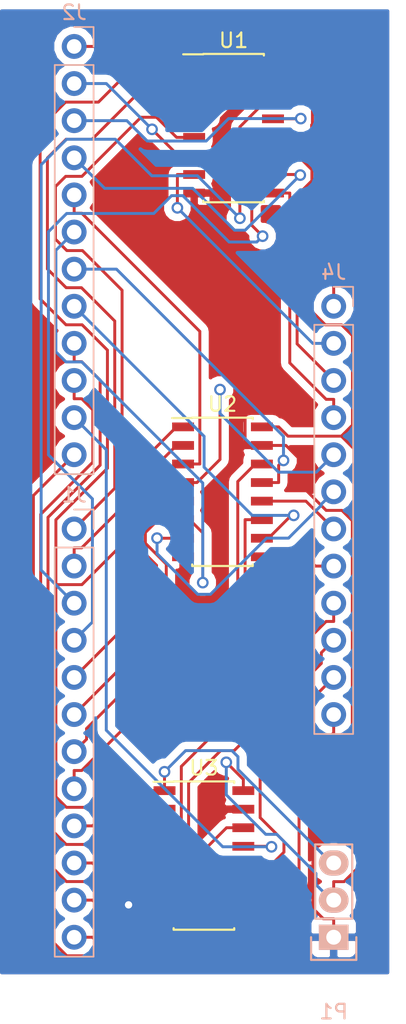
<source format=kicad_pcb>
(kicad_pcb (version 4) (host pcbnew 4.0.2+dfsg1-stable)

  (general
    (links 48)
    (no_connects 0)
    (area 137.16 67.565 165.228334 138.255)
    (thickness 1.6)
    (drawings 0)
    (tracks 380)
    (zones 0)
    (modules 7)
    (nets 40)
  )

  (page A4)
  (layers
    (0 F.Cu signal)
    (31 B.Cu signal)
    (32 B.Adhes user)
    (33 F.Adhes user)
    (34 B.Paste user)
    (35 F.Paste user)
    (36 B.SilkS user)
    (37 F.SilkS user)
    (38 B.Mask user)
    (39 F.Mask user)
    (40 Dwgs.User user)
    (41 Cmts.User user)
    (42 Eco1.User user)
    (43 Eco2.User user)
    (44 Edge.Cuts user)
    (45 Margin user)
    (46 B.CrtYd user)
    (47 F.CrtYd user)
    (48 B.Fab user)
    (49 F.Fab user)
  )

  (setup
    (last_trace_width 0.2)
    (trace_clearance 0.3)
    (zone_clearance 0.508)
    (zone_45_only no)
    (trace_min 0.2)
    (segment_width 0.2)
    (edge_width 0.15)
    (via_size 0.8)
    (via_drill 0.5)
    (via_min_size 0.4)
    (via_min_drill 0.3)
    (uvia_size 0.3)
    (uvia_drill 0.1)
    (uvias_allowed no)
    (uvia_min_size 0.2)
    (uvia_min_drill 0.1)
    (pcb_text_width 0.3)
    (pcb_text_size 1.5 1.5)
    (mod_edge_width 0.15)
    (mod_text_size 1 1)
    (mod_text_width 0.15)
    (pad_size 1.7 1.7)
    (pad_drill 1)
    (pad_to_mask_clearance 0.2)
    (aux_axis_origin 0 0)
    (visible_elements FFFFFF7F)
    (pcbplotparams
      (layerselection 0x00000_80000001)
      (usegerberextensions false)
      (excludeedgelayer true)
      (linewidth 0.100000)
      (plotframeref false)
      (viasonmask false)
      (mode 1)
      (useauxorigin false)
      (hpglpennumber 1)
      (hpglpenspeed 20)
      (hpglpendiameter 15)
      (hpglpenoverlay 2)
      (psnegative false)
      (psa4output false)
      (plotreference true)
      (plotvalue true)
      (plotinvisibletext false)
      (padsonsilk false)
      (subtractmaskfromsilk false)
      (outputformat 4)
      (mirror true)
      (drillshape 1)
      (scaleselection 1)
      (outputdirectory ""))
  )

  (net 0 "")
  (net 1 "Net-(J1-Pad1)")
  (net 2 "Net-(J1-Pad2)")
  (net 3 "Net-(J1-Pad3)")
  (net 4 "Net-(J1-Pad4)")
  (net 5 "Net-(J1-Pad5)")
  (net 6 "Net-(J1-Pad6)")
  (net 7 "Net-(J1-Pad7)")
  (net 8 "Net-(J1-Pad8)")
  (net 9 "Net-(J1-Pad9)")
  (net 10 "Net-(J1-Pad10)")
  (net 11 "Net-(J1-Pad11)")
  (net 12 "Net-(J1-Pad12)")
  (net 13 "Net-(J2-Pad1)")
  (net 14 "Net-(J2-Pad2)")
  (net 15 "Net-(J2-Pad3)")
  (net 16 "Net-(J2-Pad4)")
  (net 17 "Net-(J2-Pad5)")
  (net 18 "Net-(J2-Pad6)")
  (net 19 "Net-(J2-Pad7)")
  (net 20 "Net-(J2-Pad8)")
  (net 21 "Net-(J2-Pad9)")
  (net 22 "Net-(J2-Pad10)")
  (net 23 "Net-(J2-Pad11)")
  (net 24 "Net-(J2-Pad12)")
  (net 25 /SEL)
  (net 26 VCC)
  (net 27 GND)
  (net 28 "Net-(J4-Pad1)")
  (net 29 "Net-(J4-Pad2)")
  (net 30 "Net-(J4-Pad3)")
  (net 31 "Net-(J4-Pad4)")
  (net 32 "Net-(J4-Pad5)")
  (net 33 "Net-(J4-Pad6)")
  (net 34 /Absicht_BITCH)
  (net 35 "Net-(J4-Pad8)")
  (net 36 "Net-(J4-Pad9)")
  (net 37 "Net-(J4-Pad10)")
  (net 38 "Net-(J4-Pad11)")
  (net 39 "Net-(J4-Pad12)")

  (net_class Default "This is the default net class."
    (clearance 0.3)
    (trace_width 0.2)
    (via_dia 0.8)
    (via_drill 0.5)
    (uvia_dia 0.3)
    (uvia_drill 0.1)
    (add_net /Absicht_BITCH)
    (add_net /SEL)
    (add_net GND)
    (add_net "Net-(J1-Pad1)")
    (add_net "Net-(J1-Pad10)")
    (add_net "Net-(J1-Pad11)")
    (add_net "Net-(J1-Pad12)")
    (add_net "Net-(J1-Pad2)")
    (add_net "Net-(J1-Pad3)")
    (add_net "Net-(J1-Pad4)")
    (add_net "Net-(J1-Pad5)")
    (add_net "Net-(J1-Pad6)")
    (add_net "Net-(J1-Pad7)")
    (add_net "Net-(J1-Pad8)")
    (add_net "Net-(J1-Pad9)")
    (add_net "Net-(J2-Pad1)")
    (add_net "Net-(J2-Pad10)")
    (add_net "Net-(J2-Pad11)")
    (add_net "Net-(J2-Pad12)")
    (add_net "Net-(J2-Pad2)")
    (add_net "Net-(J2-Pad3)")
    (add_net "Net-(J2-Pad4)")
    (add_net "Net-(J2-Pad5)")
    (add_net "Net-(J2-Pad6)")
    (add_net "Net-(J2-Pad7)")
    (add_net "Net-(J2-Pad8)")
    (add_net "Net-(J2-Pad9)")
    (add_net "Net-(J4-Pad1)")
    (add_net "Net-(J4-Pad10)")
    (add_net "Net-(J4-Pad11)")
    (add_net "Net-(J4-Pad12)")
    (add_net "Net-(J4-Pad2)")
    (add_net "Net-(J4-Pad3)")
    (add_net "Net-(J4-Pad4)")
    (add_net "Net-(J4-Pad5)")
    (add_net "Net-(J4-Pad6)")
    (add_net "Net-(J4-Pad8)")
    (add_net "Net-(J4-Pad9)")
    (add_net VCC)
  )

  (module Pin_Headers:Pin_Header_Straight_1x12_Pitch2.54mm (layer B.Cu) (tedit 5AA01043) (tstamp 5AA008ED)
    (at 142.24 104.14 180)
    (descr "Through hole straight pin header, 1x12, 2.54mm pitch, single row")
    (tags "Through hole pin header THT 1x12 2.54mm single row")
    (path /5A9FFEB4)
    (fp_text reference J1 (at 0 2.33 180) (layer B.SilkS)
      (effects (font (size 1 1) (thickness 0.15)) (justify mirror))
    )
    (fp_text value Conn_01x12 (at 0 -30.27 180) (layer B.Fab)
      (effects (font (size 1 1) (thickness 0.15)) (justify mirror))
    )
    (fp_line (start -0.635 1.27) (end 1.27 1.27) (layer B.Fab) (width 0.1))
    (fp_line (start 1.27 1.27) (end 1.27 -29.21) (layer B.Fab) (width 0.1))
    (fp_line (start 1.27 -29.21) (end -1.27 -29.21) (layer B.Fab) (width 0.1))
    (fp_line (start -1.27 -29.21) (end -1.27 0.635) (layer B.Fab) (width 0.1))
    (fp_line (start -1.27 0.635) (end -0.635 1.27) (layer B.Fab) (width 0.1))
    (fp_line (start -1.33 -29.27) (end 1.33 -29.27) (layer B.SilkS) (width 0.12))
    (fp_line (start -1.33 -1.27) (end -1.33 -29.27) (layer B.SilkS) (width 0.12))
    (fp_line (start 1.33 -1.27) (end 1.33 -29.27) (layer B.SilkS) (width 0.12))
    (fp_line (start -1.33 -1.27) (end 1.33 -1.27) (layer B.SilkS) (width 0.12))
    (fp_line (start -1.33 0) (end -1.33 1.33) (layer B.SilkS) (width 0.12))
    (fp_line (start -1.33 1.33) (end 0 1.33) (layer B.SilkS) (width 0.12))
    (fp_line (start -1.8 1.8) (end -1.8 -29.75) (layer B.CrtYd) (width 0.05))
    (fp_line (start -1.8 -29.75) (end 1.8 -29.75) (layer B.CrtYd) (width 0.05))
    (fp_line (start 1.8 -29.75) (end 1.8 1.8) (layer B.CrtYd) (width 0.05))
    (fp_line (start 1.8 1.8) (end -1.8 1.8) (layer B.CrtYd) (width 0.05))
    (fp_text user %R (at 0 -13.97 450) (layer B.Fab)
      (effects (font (size 1 1) (thickness 0.15)) (justify mirror))
    )
    (pad 1 thru_hole circle (at 0 0 180) (size 1.7 1.7) (drill 1) (layers *.Cu *.Mask)
      (net 1 "Net-(J1-Pad1)"))
    (pad 2 thru_hole oval (at 0 -2.54 180) (size 1.7 1.7) (drill 1) (layers *.Cu *.Mask)
      (net 2 "Net-(J1-Pad2)"))
    (pad 3 thru_hole oval (at 0 -5.08 180) (size 1.7 1.7) (drill 1) (layers *.Cu *.Mask)
      (net 3 "Net-(J1-Pad3)"))
    (pad 4 thru_hole oval (at 0 -7.62 180) (size 1.7 1.7) (drill 1) (layers *.Cu *.Mask)
      (net 4 "Net-(J1-Pad4)"))
    (pad 5 thru_hole oval (at 0 -10.16 180) (size 1.7 1.7) (drill 1) (layers *.Cu *.Mask)
      (net 5 "Net-(J1-Pad5)"))
    (pad 6 thru_hole oval (at 0 -12.7 180) (size 1.7 1.7) (drill 1) (layers *.Cu *.Mask)
      (net 6 "Net-(J1-Pad6)"))
    (pad 7 thru_hole oval (at 0 -15.24 180) (size 1.7 1.7) (drill 1) (layers *.Cu *.Mask)
      (net 7 "Net-(J1-Pad7)"))
    (pad 8 thru_hole oval (at 0 -17.78 180) (size 1.7 1.7) (drill 1) (layers *.Cu *.Mask)
      (net 8 "Net-(J1-Pad8)"))
    (pad 9 thru_hole oval (at 0 -20.32 180) (size 1.7 1.7) (drill 1) (layers *.Cu *.Mask)
      (net 9 "Net-(J1-Pad9)"))
    (pad 10 thru_hole oval (at 0 -22.86 180) (size 1.7 1.7) (drill 1) (layers *.Cu *.Mask)
      (net 10 "Net-(J1-Pad10)"))
    (pad 11 thru_hole oval (at 0 -25.4 180) (size 1.7 1.7) (drill 1) (layers *.Cu *.Mask)
      (net 11 "Net-(J1-Pad11)"))
    (pad 12 thru_hole oval (at 0 -27.94 180) (size 1.7 1.7) (drill 1) (layers *.Cu *.Mask)
      (net 12 "Net-(J1-Pad12)"))
    (model ${KISYS3DMOD}/Pin_Headers.3dshapes/Pin_Header_Straight_1x12_Pitch2.54mm.wrl
      (at (xyz 0 0 0))
      (scale (xyz 1 1 1))
      (rotate (xyz 0 0 0))
    )
  )

  (module Pin_Headers:Pin_Header_Straight_1x12_Pitch2.54mm (layer B.Cu) (tedit 5AA01016) (tstamp 5AA008FD)
    (at 142.24 71.12 180)
    (descr "Through hole straight pin header, 1x12, 2.54mm pitch, single row")
    (tags "Through hole pin header THT 1x12 2.54mm single row")
    (path /5A9FFDF1)
    (fp_text reference J2 (at 0 2.33 180) (layer B.SilkS)
      (effects (font (size 1 1) (thickness 0.15)) (justify mirror))
    )
    (fp_text value Conn_01x12 (at 0 -30.27 180) (layer B.Fab)
      (effects (font (size 1 1) (thickness 0.15)) (justify mirror))
    )
    (fp_line (start -0.635 1.27) (end 1.27 1.27) (layer B.Fab) (width 0.1))
    (fp_line (start 1.27 1.27) (end 1.27 -29.21) (layer B.Fab) (width 0.1))
    (fp_line (start 1.27 -29.21) (end -1.27 -29.21) (layer B.Fab) (width 0.1))
    (fp_line (start -1.27 -29.21) (end -1.27 0.635) (layer B.Fab) (width 0.1))
    (fp_line (start -1.27 0.635) (end -0.635 1.27) (layer B.Fab) (width 0.1))
    (fp_line (start -1.33 -29.27) (end 1.33 -29.27) (layer B.SilkS) (width 0.12))
    (fp_line (start -1.33 -1.27) (end -1.33 -29.27) (layer B.SilkS) (width 0.12))
    (fp_line (start 1.33 -1.27) (end 1.33 -29.27) (layer B.SilkS) (width 0.12))
    (fp_line (start -1.33 -1.27) (end 1.33 -1.27) (layer B.SilkS) (width 0.12))
    (fp_line (start -1.33 0) (end -1.33 1.33) (layer B.SilkS) (width 0.12))
    (fp_line (start -1.33 1.33) (end 0 1.33) (layer B.SilkS) (width 0.12))
    (fp_line (start -1.8 1.8) (end -1.8 -29.75) (layer B.CrtYd) (width 0.05))
    (fp_line (start -1.8 -29.75) (end 1.8 -29.75) (layer B.CrtYd) (width 0.05))
    (fp_line (start 1.8 -29.75) (end 1.8 1.8) (layer B.CrtYd) (width 0.05))
    (fp_line (start 1.8 1.8) (end -1.8 1.8) (layer B.CrtYd) (width 0.05))
    (fp_text user %R (at 0 -13.97 450) (layer B.Fab)
      (effects (font (size 1 1) (thickness 0.15)) (justify mirror))
    )
    (pad 1 thru_hole circle (at 0 0 180) (size 1.7 1.7) (drill 1) (layers *.Cu *.Mask)
      (net 13 "Net-(J2-Pad1)"))
    (pad 2 thru_hole oval (at 0 -2.54 180) (size 1.7 1.7) (drill 1) (layers *.Cu *.Mask)
      (net 14 "Net-(J2-Pad2)"))
    (pad 3 thru_hole oval (at 0 -5.08 180) (size 1.7 1.7) (drill 1) (layers *.Cu *.Mask)
      (net 15 "Net-(J2-Pad3)"))
    (pad 4 thru_hole oval (at 0 -7.62 180) (size 1.7 1.7) (drill 1) (layers *.Cu *.Mask)
      (net 16 "Net-(J2-Pad4)"))
    (pad 5 thru_hole oval (at 0 -10.16 180) (size 1.7 1.7) (drill 1) (layers *.Cu *.Mask)
      (net 17 "Net-(J2-Pad5)"))
    (pad 6 thru_hole oval (at 0 -12.7 180) (size 1.7 1.7) (drill 1) (layers *.Cu *.Mask)
      (net 18 "Net-(J2-Pad6)"))
    (pad 7 thru_hole oval (at 0 -15.24 180) (size 1.7 1.7) (drill 1) (layers *.Cu *.Mask)
      (net 19 "Net-(J2-Pad7)"))
    (pad 8 thru_hole oval (at 0 -17.78 180) (size 1.7 1.7) (drill 1) (layers *.Cu *.Mask)
      (net 20 "Net-(J2-Pad8)"))
    (pad 9 thru_hole oval (at 0 -20.32 180) (size 1.7 1.7) (drill 1) (layers *.Cu *.Mask)
      (net 21 "Net-(J2-Pad9)"))
    (pad 10 thru_hole oval (at 0 -22.86 180) (size 1.7 1.7) (drill 1) (layers *.Cu *.Mask)
      (net 22 "Net-(J2-Pad10)"))
    (pad 11 thru_hole oval (at 0 -25.4 180) (size 1.7 1.7) (drill 1) (layers *.Cu *.Mask)
      (net 23 "Net-(J2-Pad11)"))
    (pad 12 thru_hole oval (at 0 -27.94 180) (size 1.7 1.7) (drill 1) (layers *.Cu *.Mask)
      (net 24 "Net-(J2-Pad12)"))
    (model ${KISYS3DMOD}/Pin_Headers.3dshapes/Pin_Header_Straight_1x12_Pitch2.54mm.wrl
      (at (xyz 0 0 0))
      (scale (xyz 1 1 1))
      (rotate (xyz 0 0 0))
    )
  )

  (module Pin_Headers:Pin_Header_Straight_1x12_Pitch2.54mm (layer B.Cu) (tedit 5AA01030) (tstamp 5AA00915)
    (at 160.02 88.9 180)
    (descr "Through hole straight pin header, 1x12, 2.54mm pitch, single row")
    (tags "Through hole pin header THT 1x12 2.54mm single row")
    (path /5A9FFEF2)
    (fp_text reference J4 (at 0 2.33 180) (layer B.SilkS)
      (effects (font (size 1 1) (thickness 0.15)) (justify mirror))
    )
    (fp_text value Conn_01x12 (at 0 -30.27 180) (layer B.Fab)
      (effects (font (size 1 1) (thickness 0.15)) (justify mirror))
    )
    (fp_line (start -0.635 1.27) (end 1.27 1.27) (layer B.Fab) (width 0.1))
    (fp_line (start 1.27 1.27) (end 1.27 -29.21) (layer B.Fab) (width 0.1))
    (fp_line (start 1.27 -29.21) (end -1.27 -29.21) (layer B.Fab) (width 0.1))
    (fp_line (start -1.27 -29.21) (end -1.27 0.635) (layer B.Fab) (width 0.1))
    (fp_line (start -1.27 0.635) (end -0.635 1.27) (layer B.Fab) (width 0.1))
    (fp_line (start -1.33 -29.27) (end 1.33 -29.27) (layer B.SilkS) (width 0.12))
    (fp_line (start -1.33 -1.27) (end -1.33 -29.27) (layer B.SilkS) (width 0.12))
    (fp_line (start 1.33 -1.27) (end 1.33 -29.27) (layer B.SilkS) (width 0.12))
    (fp_line (start -1.33 -1.27) (end 1.33 -1.27) (layer B.SilkS) (width 0.12))
    (fp_line (start -1.33 0) (end -1.33 1.33) (layer B.SilkS) (width 0.12))
    (fp_line (start -1.33 1.33) (end 0 1.33) (layer B.SilkS) (width 0.12))
    (fp_line (start -1.8 1.8) (end -1.8 -29.75) (layer B.CrtYd) (width 0.05))
    (fp_line (start -1.8 -29.75) (end 1.8 -29.75) (layer B.CrtYd) (width 0.05))
    (fp_line (start 1.8 -29.75) (end 1.8 1.8) (layer B.CrtYd) (width 0.05))
    (fp_line (start 1.8 1.8) (end -1.8 1.8) (layer B.CrtYd) (width 0.05))
    (fp_text user %R (at 0 -13.97 450) (layer B.Fab)
      (effects (font (size 1 1) (thickness 0.15)) (justify mirror))
    )
    (pad 1 thru_hole circle (at 0 0 180) (size 1.7 1.7) (drill 1) (layers *.Cu *.Mask)
      (net 28 "Net-(J4-Pad1)"))
    (pad 2 thru_hole oval (at 0 -2.54 180) (size 1.7 1.7) (drill 1) (layers *.Cu *.Mask)
      (net 29 "Net-(J4-Pad2)"))
    (pad 3 thru_hole oval (at 0 -5.08 180) (size 1.7 1.7) (drill 1) (layers *.Cu *.Mask)
      (net 30 "Net-(J4-Pad3)"))
    (pad 4 thru_hole oval (at 0 -7.62 180) (size 1.7 1.7) (drill 1) (layers *.Cu *.Mask)
      (net 31 "Net-(J4-Pad4)"))
    (pad 5 thru_hole oval (at 0 -10.16 180) (size 1.7 1.7) (drill 1) (layers *.Cu *.Mask)
      (net 32 "Net-(J4-Pad5)"))
    (pad 6 thru_hole oval (at 0 -12.7 180) (size 1.7 1.7) (drill 1) (layers *.Cu *.Mask)
      (net 33 "Net-(J4-Pad6)"))
    (pad 7 thru_hole oval (at 0 -15.24 180) (size 1.7 1.7) (drill 1) (layers *.Cu *.Mask)
      (net 34 /Absicht_BITCH))
    (pad 8 thru_hole oval (at 0 -17.78 180) (size 1.7 1.7) (drill 1) (layers *.Cu *.Mask)
      (net 35 "Net-(J4-Pad8)"))
    (pad 9 thru_hole oval (at 0 -20.32 180) (size 1.7 1.7) (drill 1) (layers *.Cu *.Mask)
      (net 36 "Net-(J4-Pad9)"))
    (pad 10 thru_hole oval (at 0 -22.86 180) (size 1.7 1.7) (drill 1) (layers *.Cu *.Mask)
      (net 37 "Net-(J4-Pad10)"))
    (pad 11 thru_hole oval (at 0 -25.4 180) (size 1.7 1.7) (drill 1) (layers *.Cu *.Mask)
      (net 38 "Net-(J4-Pad11)"))
    (pad 12 thru_hole oval (at 0 -27.94 180) (size 1.7 1.7) (drill 1) (layers *.Cu *.Mask)
      (net 39 "Net-(J4-Pad12)"))
    (model ${KISYS3DMOD}/Pin_Headers.3dshapes/Pin_Header_Straight_1x12_Pitch2.54mm.wrl
      (at (xyz 0 0 0))
      (scale (xyz 1 1 1))
      (rotate (xyz 0 0 0))
    )
  )

  (module Housings_SOIC:SOIC-16_3.9x9.9mm_Pitch1.27mm (layer F.Cu) (tedit 58CC8F64) (tstamp 5AA00929)
    (at 153.162 76.708)
    (descr "16-Lead Plastic Small Outline (SL) - Narrow, 3.90 mm Body [SOIC] (see Microchip Packaging Specification 00000049BS.pdf)")
    (tags "SOIC 1.27")
    (path /5A9FF14C)
    (attr smd)
    (fp_text reference U1 (at 0 -6) (layer F.SilkS)
      (effects (font (size 1 1) (thickness 0.15)))
    )
    (fp_text value 74LS257 (at 0 6) (layer F.Fab)
      (effects (font (size 1 1) (thickness 0.15)))
    )
    (fp_text user %R (at 0 0) (layer F.Fab)
      (effects (font (size 0.9 0.9) (thickness 0.135)))
    )
    (fp_line (start -0.95 -4.95) (end 1.95 -4.95) (layer F.Fab) (width 0.15))
    (fp_line (start 1.95 -4.95) (end 1.95 4.95) (layer F.Fab) (width 0.15))
    (fp_line (start 1.95 4.95) (end -1.95 4.95) (layer F.Fab) (width 0.15))
    (fp_line (start -1.95 4.95) (end -1.95 -3.95) (layer F.Fab) (width 0.15))
    (fp_line (start -1.95 -3.95) (end -0.95 -4.95) (layer F.Fab) (width 0.15))
    (fp_line (start -3.7 -5.25) (end -3.7 5.25) (layer F.CrtYd) (width 0.05))
    (fp_line (start 3.7 -5.25) (end 3.7 5.25) (layer F.CrtYd) (width 0.05))
    (fp_line (start -3.7 -5.25) (end 3.7 -5.25) (layer F.CrtYd) (width 0.05))
    (fp_line (start -3.7 5.25) (end 3.7 5.25) (layer F.CrtYd) (width 0.05))
    (fp_line (start -2.075 -5.075) (end -2.075 -5.05) (layer F.SilkS) (width 0.15))
    (fp_line (start 2.075 -5.075) (end 2.075 -4.97) (layer F.SilkS) (width 0.15))
    (fp_line (start 2.075 5.075) (end 2.075 4.97) (layer F.SilkS) (width 0.15))
    (fp_line (start -2.075 5.075) (end -2.075 4.97) (layer F.SilkS) (width 0.15))
    (fp_line (start -2.075 -5.075) (end 2.075 -5.075) (layer F.SilkS) (width 0.15))
    (fp_line (start -2.075 5.075) (end 2.075 5.075) (layer F.SilkS) (width 0.15))
    (fp_line (start -2.075 -5.05) (end -3.45 -5.05) (layer F.SilkS) (width 0.15))
    (pad 1 smd rect (at -2.7 -4.445) (size 1.5 0.6) (layers F.Cu F.Paste F.Mask)
      (net 25 /SEL))
    (pad 2 smd rect (at -2.7 -3.175) (size 1.5 0.6) (layers F.Cu F.Paste F.Mask)
      (net 1 "Net-(J1-Pad1)"))
    (pad 3 smd rect (at -2.7 -1.905) (size 1.5 0.6) (layers F.Cu F.Paste F.Mask)
      (net 13 "Net-(J2-Pad1)"))
    (pad 4 smd rect (at -2.7 -0.635) (size 1.5 0.6) (layers F.Cu F.Paste F.Mask)
      (net 28 "Net-(J4-Pad1)"))
    (pad 5 smd rect (at -2.7 0.635) (size 1.5 0.6) (layers F.Cu F.Paste F.Mask)
      (net 2 "Net-(J1-Pad2)"))
    (pad 6 smd rect (at -2.7 1.905) (size 1.5 0.6) (layers F.Cu F.Paste F.Mask)
      (net 14 "Net-(J2-Pad2)"))
    (pad 7 smd rect (at -2.7 3.175) (size 1.5 0.6) (layers F.Cu F.Paste F.Mask)
      (net 29 "Net-(J4-Pad2)"))
    (pad 8 smd rect (at -2.7 4.445) (size 1.5 0.6) (layers F.Cu F.Paste F.Mask)
      (net 27 GND))
    (pad 9 smd rect (at 2.7 4.445) (size 1.5 0.6) (layers F.Cu F.Paste F.Mask)
      (net 31 "Net-(J4-Pad4)"))
    (pad 10 smd rect (at 2.7 3.175) (size 1.5 0.6) (layers F.Cu F.Paste F.Mask)
      (net 16 "Net-(J2-Pad4)"))
    (pad 11 smd rect (at 2.7 1.905) (size 1.5 0.6) (layers F.Cu F.Paste F.Mask)
      (net 4 "Net-(J1-Pad4)"))
    (pad 12 smd rect (at 2.7 0.635) (size 1.5 0.6) (layers F.Cu F.Paste F.Mask)
      (net 30 "Net-(J4-Pad3)"))
    (pad 13 smd rect (at 2.7 -0.635) (size 1.5 0.6) (layers F.Cu F.Paste F.Mask)
      (net 15 "Net-(J2-Pad3)"))
    (pad 14 smd rect (at 2.7 -1.905) (size 1.5 0.6) (layers F.Cu F.Paste F.Mask)
      (net 3 "Net-(J1-Pad3)"))
    (pad 15 smd rect (at 2.7 -3.175) (size 1.5 0.6) (layers F.Cu F.Paste F.Mask)
      (net 27 GND))
    (pad 16 smd rect (at 2.7 -4.445) (size 1.5 0.6) (layers F.Cu F.Paste F.Mask)
      (net 26 VCC))
    (model ${KISYS3DMOD}/Housings_SOIC.3dshapes/SOIC-16_3.9x9.9mm_Pitch1.27mm.wrl
      (at (xyz 0 0 0))
      (scale (xyz 1 1 1))
      (rotate (xyz 0 0 0))
    )
  )

  (module Housings_SOIC:SOIC-16_3.9x9.9mm_Pitch1.27mm (layer F.Cu) (tedit 58CC8F64) (tstamp 5AA0093D)
    (at 152.4 101.6)
    (descr "16-Lead Plastic Small Outline (SL) - Narrow, 3.90 mm Body [SOIC] (see Microchip Packaging Specification 00000049BS.pdf)")
    (tags "SOIC 1.27")
    (path /5A9FFC25)
    (attr smd)
    (fp_text reference U2 (at 0 -6) (layer F.SilkS)
      (effects (font (size 1 1) (thickness 0.15)))
    )
    (fp_text value 74LS257 (at 0 6) (layer F.Fab)
      (effects (font (size 1 1) (thickness 0.15)))
    )
    (fp_text user %R (at 0 0) (layer F.Fab)
      (effects (font (size 0.9 0.9) (thickness 0.135)))
    )
    (fp_line (start -0.95 -4.95) (end 1.95 -4.95) (layer F.Fab) (width 0.15))
    (fp_line (start 1.95 -4.95) (end 1.95 4.95) (layer F.Fab) (width 0.15))
    (fp_line (start 1.95 4.95) (end -1.95 4.95) (layer F.Fab) (width 0.15))
    (fp_line (start -1.95 4.95) (end -1.95 -3.95) (layer F.Fab) (width 0.15))
    (fp_line (start -1.95 -3.95) (end -0.95 -4.95) (layer F.Fab) (width 0.15))
    (fp_line (start -3.7 -5.25) (end -3.7 5.25) (layer F.CrtYd) (width 0.05))
    (fp_line (start 3.7 -5.25) (end 3.7 5.25) (layer F.CrtYd) (width 0.05))
    (fp_line (start -3.7 -5.25) (end 3.7 -5.25) (layer F.CrtYd) (width 0.05))
    (fp_line (start -3.7 5.25) (end 3.7 5.25) (layer F.CrtYd) (width 0.05))
    (fp_line (start -2.075 -5.075) (end -2.075 -5.05) (layer F.SilkS) (width 0.15))
    (fp_line (start 2.075 -5.075) (end 2.075 -4.97) (layer F.SilkS) (width 0.15))
    (fp_line (start 2.075 5.075) (end 2.075 4.97) (layer F.SilkS) (width 0.15))
    (fp_line (start -2.075 5.075) (end -2.075 4.97) (layer F.SilkS) (width 0.15))
    (fp_line (start -2.075 -5.075) (end 2.075 -5.075) (layer F.SilkS) (width 0.15))
    (fp_line (start -2.075 5.075) (end 2.075 5.075) (layer F.SilkS) (width 0.15))
    (fp_line (start -2.075 -5.05) (end -3.45 -5.05) (layer F.SilkS) (width 0.15))
    (pad 1 smd rect (at -2.7 -4.445) (size 1.5 0.6) (layers F.Cu F.Paste F.Mask)
      (net 25 /SEL))
    (pad 2 smd rect (at -2.7 -3.175) (size 1.5 0.6) (layers F.Cu F.Paste F.Mask)
      (net 5 "Net-(J1-Pad5)"))
    (pad 3 smd rect (at -2.7 -1.905) (size 1.5 0.6) (layers F.Cu F.Paste F.Mask)
      (net 17 "Net-(J2-Pad5)"))
    (pad 4 smd rect (at -2.7 -0.635) (size 1.5 0.6) (layers F.Cu F.Paste F.Mask)
      (net 32 "Net-(J4-Pad5)"))
    (pad 5 smd rect (at -2.7 0.635) (size 1.5 0.6) (layers F.Cu F.Paste F.Mask)
      (net 6 "Net-(J1-Pad6)"))
    (pad 6 smd rect (at -2.7 1.905) (size 1.5 0.6) (layers F.Cu F.Paste F.Mask)
      (net 18 "Net-(J2-Pad6)"))
    (pad 7 smd rect (at -2.7 3.175) (size 1.5 0.6) (layers F.Cu F.Paste F.Mask)
      (net 33 "Net-(J4-Pad6)"))
    (pad 8 smd rect (at -2.7 4.445) (size 1.5 0.6) (layers F.Cu F.Paste F.Mask)
      (net 27 GND))
    (pad 9 smd rect (at 2.7 4.445) (size 1.5 0.6) (layers F.Cu F.Paste F.Mask)
      (net 35 "Net-(J4-Pad8)"))
    (pad 10 smd rect (at 2.7 3.175) (size 1.5 0.6) (layers F.Cu F.Paste F.Mask)
      (net 20 "Net-(J2-Pad8)"))
    (pad 11 smd rect (at 2.7 1.905) (size 1.5 0.6) (layers F.Cu F.Paste F.Mask)
      (net 8 "Net-(J1-Pad8)"))
    (pad 12 smd rect (at 2.7 0.635) (size 1.5 0.6) (layers F.Cu F.Paste F.Mask)
      (net 34 /Absicht_BITCH))
    (pad 13 smd rect (at 2.7 -0.635) (size 1.5 0.6) (layers F.Cu F.Paste F.Mask)
      (net 19 "Net-(J2-Pad7)"))
    (pad 14 smd rect (at 2.7 -1.905) (size 1.5 0.6) (layers F.Cu F.Paste F.Mask)
      (net 7 "Net-(J1-Pad7)"))
    (pad 15 smd rect (at 2.7 -3.175) (size 1.5 0.6) (layers F.Cu F.Paste F.Mask)
      (net 27 GND))
    (pad 16 smd rect (at 2.7 -4.445) (size 1.5 0.6) (layers F.Cu F.Paste F.Mask)
      (net 26 VCC))
    (model ${KISYS3DMOD}/Housings_SOIC.3dshapes/SOIC-16_3.9x9.9mm_Pitch1.27mm.wrl
      (at (xyz 0 0 0))
      (scale (xyz 1 1 1))
      (rotate (xyz 0 0 0))
    )
  )

  (module Housings_SOIC:SOIC-16_3.9x9.9mm_Pitch1.27mm (layer F.Cu) (tedit 58CC8F64) (tstamp 5AA00951)
    (at 151.13 126.492)
    (descr "16-Lead Plastic Small Outline (SL) - Narrow, 3.90 mm Body [SOIC] (see Microchip Packaging Specification 00000049BS.pdf)")
    (tags "SOIC 1.27")
    (path /5A9FFD36)
    (attr smd)
    (fp_text reference U3 (at 0 -6) (layer F.SilkS)
      (effects (font (size 1 1) (thickness 0.15)))
    )
    (fp_text value 74LS257 (at 0 6) (layer F.Fab)
      (effects (font (size 1 1) (thickness 0.15)))
    )
    (fp_text user %R (at 0 0) (layer F.Fab)
      (effects (font (size 0.9 0.9) (thickness 0.135)))
    )
    (fp_line (start -0.95 -4.95) (end 1.95 -4.95) (layer F.Fab) (width 0.15))
    (fp_line (start 1.95 -4.95) (end 1.95 4.95) (layer F.Fab) (width 0.15))
    (fp_line (start 1.95 4.95) (end -1.95 4.95) (layer F.Fab) (width 0.15))
    (fp_line (start -1.95 4.95) (end -1.95 -3.95) (layer F.Fab) (width 0.15))
    (fp_line (start -1.95 -3.95) (end -0.95 -4.95) (layer F.Fab) (width 0.15))
    (fp_line (start -3.7 -5.25) (end -3.7 5.25) (layer F.CrtYd) (width 0.05))
    (fp_line (start 3.7 -5.25) (end 3.7 5.25) (layer F.CrtYd) (width 0.05))
    (fp_line (start -3.7 -5.25) (end 3.7 -5.25) (layer F.CrtYd) (width 0.05))
    (fp_line (start -3.7 5.25) (end 3.7 5.25) (layer F.CrtYd) (width 0.05))
    (fp_line (start -2.075 -5.075) (end -2.075 -5.05) (layer F.SilkS) (width 0.15))
    (fp_line (start 2.075 -5.075) (end 2.075 -4.97) (layer F.SilkS) (width 0.15))
    (fp_line (start 2.075 5.075) (end 2.075 4.97) (layer F.SilkS) (width 0.15))
    (fp_line (start -2.075 5.075) (end -2.075 4.97) (layer F.SilkS) (width 0.15))
    (fp_line (start -2.075 -5.075) (end 2.075 -5.075) (layer F.SilkS) (width 0.15))
    (fp_line (start -2.075 5.075) (end 2.075 5.075) (layer F.SilkS) (width 0.15))
    (fp_line (start -2.075 -5.05) (end -3.45 -5.05) (layer F.SilkS) (width 0.15))
    (pad 1 smd rect (at -2.7 -4.445) (size 1.5 0.6) (layers F.Cu F.Paste F.Mask)
      (net 25 /SEL))
    (pad 2 smd rect (at -2.7 -3.175) (size 1.5 0.6) (layers F.Cu F.Paste F.Mask)
      (net 9 "Net-(J1-Pad9)"))
    (pad 3 smd rect (at -2.7 -1.905) (size 1.5 0.6) (layers F.Cu F.Paste F.Mask)
      (net 21 "Net-(J2-Pad9)"))
    (pad 4 smd rect (at -2.7 -0.635) (size 1.5 0.6) (layers F.Cu F.Paste F.Mask)
      (net 36 "Net-(J4-Pad9)"))
    (pad 5 smd rect (at -2.7 0.635) (size 1.5 0.6) (layers F.Cu F.Paste F.Mask)
      (net 10 "Net-(J1-Pad10)"))
    (pad 6 smd rect (at -2.7 1.905) (size 1.5 0.6) (layers F.Cu F.Paste F.Mask)
      (net 22 "Net-(J2-Pad10)"))
    (pad 7 smd rect (at -2.7 3.175) (size 1.5 0.6) (layers F.Cu F.Paste F.Mask)
      (net 37 "Net-(J4-Pad10)"))
    (pad 8 smd rect (at -2.7 4.445) (size 1.5 0.6) (layers F.Cu F.Paste F.Mask)
      (net 27 GND))
    (pad 9 smd rect (at 2.7 4.445) (size 1.5 0.6) (layers F.Cu F.Paste F.Mask)
      (net 39 "Net-(J4-Pad12)"))
    (pad 10 smd rect (at 2.7 3.175) (size 1.5 0.6) (layers F.Cu F.Paste F.Mask)
      (net 24 "Net-(J2-Pad12)"))
    (pad 11 smd rect (at 2.7 1.905) (size 1.5 0.6) (layers F.Cu F.Paste F.Mask)
      (net 12 "Net-(J1-Pad12)"))
    (pad 12 smd rect (at 2.7 0.635) (size 1.5 0.6) (layers F.Cu F.Paste F.Mask)
      (net 38 "Net-(J4-Pad11)"))
    (pad 13 smd rect (at 2.7 -0.635) (size 1.5 0.6) (layers F.Cu F.Paste F.Mask)
      (net 23 "Net-(J2-Pad11)"))
    (pad 14 smd rect (at 2.7 -1.905) (size 1.5 0.6) (layers F.Cu F.Paste F.Mask)
      (net 11 "Net-(J1-Pad11)"))
    (pad 15 smd rect (at 2.7 -3.175) (size 1.5 0.6) (layers F.Cu F.Paste F.Mask)
      (net 27 GND))
    (pad 16 smd rect (at 2.7 -4.445) (size 1.5 0.6) (layers F.Cu F.Paste F.Mask)
      (net 26 VCC))
    (model ${KISYS3DMOD}/Housings_SOIC.3dshapes/SOIC-16_3.9x9.9mm_Pitch1.27mm.wrl
      (at (xyz 0 0 0))
      (scale (xyz 1 1 1))
      (rotate (xyz 0 0 0))
    )
  )

  (module Pin_Headers:Pin_Header_Straight_1x03 (layer B.Cu) (tedit 0) (tstamp 5AA268BF)
    (at 160.02 132.08)
    (descr "Through hole pin header")
    (tags "pin header")
    (path /5AA1537F)
    (fp_text reference P1 (at 0 5.1) (layer B.SilkS)
      (effects (font (size 1 1) (thickness 0.15)) (justify mirror))
    )
    (fp_text value CONN_01X03 (at 0 3.1) (layer B.Fab)
      (effects (font (size 1 1) (thickness 0.15)) (justify mirror))
    )
    (fp_line (start -1.75 1.75) (end -1.75 -6.85) (layer B.CrtYd) (width 0.05))
    (fp_line (start 1.75 1.75) (end 1.75 -6.85) (layer B.CrtYd) (width 0.05))
    (fp_line (start -1.75 1.75) (end 1.75 1.75) (layer B.CrtYd) (width 0.05))
    (fp_line (start -1.75 -6.85) (end 1.75 -6.85) (layer B.CrtYd) (width 0.05))
    (fp_line (start -1.27 -1.27) (end -1.27 -6.35) (layer B.SilkS) (width 0.15))
    (fp_line (start -1.27 -6.35) (end 1.27 -6.35) (layer B.SilkS) (width 0.15))
    (fp_line (start 1.27 -6.35) (end 1.27 -1.27) (layer B.SilkS) (width 0.15))
    (fp_line (start 1.55 1.55) (end 1.55 0) (layer B.SilkS) (width 0.15))
    (fp_line (start 1.27 -1.27) (end -1.27 -1.27) (layer B.SilkS) (width 0.15))
    (fp_line (start -1.55 0) (end -1.55 1.55) (layer B.SilkS) (width 0.15))
    (fp_line (start -1.55 1.55) (end 1.55 1.55) (layer B.SilkS) (width 0.15))
    (pad 1 thru_hole rect (at 0 0) (size 2.032 1.7272) (drill 1.016) (layers *.Cu *.Mask B.SilkS)
      (net 27 GND))
    (pad 2 thru_hole oval (at 0 -2.54) (size 2.032 1.7272) (drill 1.016) (layers *.Cu *.Mask B.SilkS)
      (net 26 VCC))
    (pad 3 thru_hole oval (at 0 -5.08) (size 2.032 1.7272) (drill 1.016) (layers *.Cu *.Mask B.SilkS)
      (net 25 /SEL))
    (model Pin_Headers.3dshapes/Pin_Header_Straight_1x03.wrl
      (at (xyz 0 -0.1 0))
      (scale (xyz 1 1 1))
      (rotate (xyz 0 0 90))
    )
  )

  (segment (start 145.0216 101.3584) (end 142.24 104.14) (width 0.2) (layer F.Cu) (net 1))
  (segment (start 145.0216 89.9132) (end 145.0216 101.3584) (width 0.2) (layer F.Cu) (net 1))
  (segment (start 142.7384 87.63) (end 145.0216 89.9132) (width 0.2) (layer F.Cu) (net 1))
  (segment (start 141.692 87.63) (end 142.7384 87.63) (width 0.2) (layer F.Cu) (net 1))
  (segment (start 140.4083 86.3463) (end 141.692 87.63) (width 0.2) (layer F.Cu) (net 1))
  (segment (start 140.4083 78.7517) (end 140.4083 86.3463) (width 0.2) (layer F.Cu) (net 1))
  (segment (start 141.69 77.47) (end 140.4083 78.7517) (width 0.2) (layer F.Cu) (net 1))
  (segment (start 143.4718 77.47) (end 141.69 77.47) (width 0.2) (layer F.Cu) (net 1))
  (segment (start 147.4088 73.533) (end 143.4718 77.47) (width 0.2) (layer F.Cu) (net 1))
  (segment (start 150.462 73.533) (end 147.4088 73.533) (width 0.2) (layer F.Cu) (net 1))
  (segment (start 142.24 106.68) (end 142.24 105.4297) (width 0.2) (layer F.Cu) (net 2))
  (segment (start 142.7581 105.4297) (end 142.24 105.4297) (width 0.2) (layer F.Cu) (net 2))
  (segment (start 145.522 102.6658) (end 142.7581 105.4297) (width 0.2) (layer F.Cu) (net 2))
  (segment (start 145.522 87.8044) (end 145.522 102.6658) (width 0.2) (layer F.Cu) (net 2))
  (segment (start 142.8076 85.09) (end 145.522 87.8044) (width 0.2) (layer F.Cu) (net 2))
  (segment (start 141.7407 85.09) (end 142.8076 85.09) (width 0.2) (layer F.Cu) (net 2))
  (segment (start 140.9564 84.3057) (end 141.7407 85.09) (width 0.2) (layer F.Cu) (net 2))
  (segment (start 140.9564 80.712) (end 140.9564 84.3057) (width 0.2) (layer F.Cu) (net 2))
  (segment (start 141.6584 80.01) (end 140.9564 80.712) (width 0.2) (layer F.Cu) (net 2))
  (segment (start 142.7732 80.01) (end 141.6584 80.01) (width 0.2) (layer F.Cu) (net 2))
  (segment (start 146.8173 75.9659) (end 142.7732 80.01) (width 0.2) (layer F.Cu) (net 2))
  (segment (start 147.8812 75.9659) (end 146.8173 75.9659) (width 0.2) (layer F.Cu) (net 2))
  (segment (start 149.2583 77.343) (end 147.8812 75.9659) (width 0.2) (layer F.Cu) (net 2))
  (segment (start 150.462 77.343) (end 149.2583 77.343) (width 0.2) (layer F.Cu) (net 2))
  (segment (start 153.19263 82.476492) (end 153.592629 82.876491) (width 0.2) (layer B.Cu) (net 3))
  (segment (start 147.560565 79.970465) (end 150.686603 79.970465) (width 0.2) (layer B.Cu) (net 3))
  (segment (start 139.9785 79.2184) (end 141.7269 77.47) (width 0.2) (layer B.Cu) (net 3))
  (segment (start 139.9785 106.9585) (end 139.9785 79.2184) (width 0.2) (layer B.Cu) (net 3))
  (segment (start 142.24 109.22) (end 139.9785 106.9585) (width 0.2) (layer B.Cu) (net 3))
  (segment (start 153.592629 82.310806) (end 153.592629 82.876491) (width 0.2) (layer F.Cu) (net 3))
  (segment (start 153.592629 76.622371) (end 153.592629 82.310806) (width 0.2) (layer F.Cu) (net 3))
  (via (at 153.592629 82.876491) (size 0.8) (drill 0.5) (layers F.Cu B.Cu) (net 3))
  (segment (start 155.412 74.803) (end 153.592629 76.622371) (width 0.2) (layer F.Cu) (net 3))
  (segment (start 155.862 74.803) (end 155.412 74.803) (width 0.2) (layer F.Cu) (net 3))
  (segment (start 150.686603 79.970465) (end 153.19263 82.476492) (width 0.2) (layer B.Cu) (net 3))
  (segment (start 141.7269 77.47) (end 145.0601 77.47) (width 0.2) (layer B.Cu) (net 3))
  (segment (start 145.0601 77.47) (end 147.560565 79.970465) (width 0.2) (layer B.Cu) (net 3))
  (segment (start 154.749949 83.703192) (end 155.149948 84.103191) (width 0.2) (layer F.Cu) (net 4))
  (segment (start 154.409845 79.615155) (end 154.409845 83.363088) (width 0.2) (layer F.Cu) (net 4))
  (segment (start 155.862 78.613) (end 155.412 78.613) (width 0.2) (layer F.Cu) (net 4))
  (segment (start 155.412 78.613) (end 154.409845 79.615155) (width 0.2) (layer F.Cu) (net 4))
  (segment (start 140.4789 83.7987) (end 141.7276 82.55) (width 0.2) (layer B.Cu) (net 4))
  (segment (start 154.749949 84.50319) (end 155.149948 84.103191) (width 0.2) (layer B.Cu) (net 4))
  (segment (start 152.854139 84.50319) (end 154.749949 84.50319) (width 0.2) (layer B.Cu) (net 4))
  (segment (start 149.681828 81.330879) (end 152.854139 84.50319) (width 0.2) (layer B.Cu) (net 4))
  (segment (start 154.409845 83.363088) (end 154.749949 83.703192) (width 0.2) (layer F.Cu) (net 4))
  (segment (start 143.4904 110.5096) (end 143.4904 102.0803) (width 0.2) (layer B.Cu) (net 4))
  (segment (start 147.6946 82.55) (end 148.913721 81.330879) (width 0.2) (layer B.Cu) (net 4))
  (segment (start 140.4789 99.0688) (end 140.4789 83.7987) (width 0.2) (layer B.Cu) (net 4))
  (segment (start 141.7276 82.55) (end 147.6946 82.55) (width 0.2) (layer B.Cu) (net 4))
  (segment (start 142.24 111.76) (end 143.4904 110.5096) (width 0.2) (layer B.Cu) (net 4))
  (segment (start 143.4904 102.0803) (end 140.4789 99.0688) (width 0.2) (layer B.Cu) (net 4))
  (segment (start 148.913721 81.330879) (end 149.681828 81.330879) (width 0.2) (layer B.Cu) (net 4))
  (via (at 155.149948 84.103191) (size 0.8) (drill 0.5) (layers F.Cu B.Cu) (net 4))
  (segment (start 147.8801 106.621383) (end 147.8801 108.6599) (width 0.2) (layer F.Cu) (net 5))
  (segment (start 143.089999 113.450001) (end 142.24 114.3) (width 0.2) (layer F.Cu) (net 5))
  (segment (start 149.7 98.425) (end 149.25 98.425) (width 0.2) (layer F.Cu) (net 5))
  (segment (start 146.618258 105.359541) (end 147.8801 106.621383) (width 0.2) (layer F.Cu) (net 5))
  (segment (start 147.8801 108.6599) (end 143.089999 113.450001) (width 0.2) (layer F.Cu) (net 5))
  (segment (start 146.618257 104.177316) (end 146.618258 105.359541) (width 0.2) (layer F.Cu) (net 5))
  (segment (start 149.25 98.425) (end 147.8801 99.7949) (width 0.2) (layer F.Cu) (net 5))
  (segment (start 147.8801 102.915473) (end 146.618257 104.177316) (width 0.2) (layer F.Cu) (net 5))
  (segment (start 147.8801 99.7949) (end 147.8801 102.915473) (width 0.2) (layer F.Cu) (net 5))
  (segment (start 149.7 102.235) (end 149.25 102.235) (width 0.2) (layer F.Cu) (net 6))
  (segment (start 148.5497 106.54806) (end 148.5497 110.5303) (width 0.2) (layer F.Cu) (net 6))
  (segment (start 143.089999 115.990001) (end 142.24 116.84) (width 0.2) (layer F.Cu) (net 6))
  (segment (start 147.118268 105.116628) (end 148.5497 106.54806) (width 0.2) (layer F.Cu) (net 6))
  (segment (start 148.75 102.752695) (end 147.118268 104.384427) (width 0.2) (layer F.Cu) (net 6))
  (segment (start 147.118268 104.384427) (end 147.118268 105.116628) (width 0.2) (layer F.Cu) (net 6))
  (segment (start 148.75 102.735) (end 148.75 102.752695) (width 0.2) (layer F.Cu) (net 6))
  (segment (start 148.5497 110.5303) (end 143.089999 115.990001) (width 0.2) (layer F.Cu) (net 6))
  (segment (start 149.25 102.235) (end 148.75 102.735) (width 0.2) (layer F.Cu) (net 6))
  (segment (start 155.1 99.695) (end 154.65 99.695) (width 0.2) (layer F.Cu) (net 7))
  (segment (start 153.4493 100.8957) (end 153.4493 108.58726) (width 0.2) (layer F.Cu) (net 7))
  (segment (start 154.65 99.695) (end 153.4493 100.8957) (width 0.2) (layer F.Cu) (net 7))
  (segment (start 150.69244 110.19536) (end 143.089999 117.797801) (width 0.2) (layer F.Cu) (net 7))
  (segment (start 153.4493 108.58726) (end 151.8412 110.19536) (width 0.2) (layer F.Cu) (net 7))
  (segment (start 151.8412 110.19536) (end 150.69244 110.19536) (width 0.2) (layer F.Cu) (net 7))
  (segment (start 143.089999 117.797801) (end 143.089999 118.530001) (width 0.2) (layer F.Cu) (net 7))
  (segment (start 143.089999 118.530001) (end 142.24 119.38) (width 0.2) (layer F.Cu) (net 7))
  (segment (start 142.24 121.92) (end 142.24 120.6697) (width 0.2) (layer F.Cu) (net 8))
  (segment (start 142.7581 120.6697) (end 142.24 120.6697) (width 0.2) (layer F.Cu) (net 8))
  (segment (start 153.9497 109.4781) (end 142.7581 120.6697) (width 0.2) (layer F.Cu) (net 8))
  (segment (start 153.9497 103.505) (end 153.9497 109.4781) (width 0.2) (layer F.Cu) (net 8))
  (segment (start 155.1 103.505) (end 153.9497 103.505) (width 0.2) (layer F.Cu) (net 8))
  (segment (start 144.6333 123.317) (end 143.4903 124.46) (width 0.2) (layer F.Cu) (net 9))
  (segment (start 147.2797 123.317) (end 144.6333 123.317) (width 0.2) (layer F.Cu) (net 9))
  (segment (start 148.43 123.317) (end 147.2797 123.317) (width 0.2) (layer F.Cu) (net 9))
  (segment (start 142.24 124.46) (end 143.4903 124.46) (width 0.2) (layer F.Cu) (net 9))
  (segment (start 143.6173 127.127) (end 143.4903 127) (width 0.2) (layer F.Cu) (net 10))
  (segment (start 148.43 127.127) (end 143.6173 127.127) (width 0.2) (layer F.Cu) (net 10))
  (segment (start 142.24 127) (end 143.4903 127) (width 0.2) (layer F.Cu) (net 10))
  (segment (start 153.83 124.587) (end 152.6797 124.587) (width 0.2) (layer F.Cu) (net 11))
  (segment (start 142.24 129.54) (end 143.4903 129.54) (width 0.2) (layer F.Cu) (net 11))
  (segment (start 151.4054 125.8613) (end 152.6797 124.587) (width 0.2) (layer F.Cu) (net 11))
  (segment (start 151.4054 129.5897) (end 151.4054 125.8613) (width 0.2) (layer F.Cu) (net 11))
  (segment (start 149.3577 131.6374) (end 151.4054 129.5897) (width 0.2) (layer F.Cu) (net 11))
  (segment (start 145.5877 131.6374) (end 149.3577 131.6374) (width 0.2) (layer F.Cu) (net 11))
  (segment (start 143.4903 129.54) (end 145.5877 131.6374) (width 0.2) (layer F.Cu) (net 11))
  (segment (start 153.83 128.397) (end 152.6797 128.397) (width 0.2) (layer F.Cu) (net 12))
  (segment (start 142.24 132.08) (end 143.4903 132.08) (width 0.2) (layer F.Cu) (net 12))
  (segment (start 151.9057 129.171) (end 152.6797 128.397) (width 0.2) (layer F.Cu) (net 12))
  (segment (start 151.9057 129.8009) (end 151.9057 129.171) (width 0.2) (layer F.Cu) (net 12))
  (segment (start 149.5523 132.1543) (end 151.9057 129.8009) (width 0.2) (layer F.Cu) (net 12))
  (segment (start 143.5646 132.1543) (end 149.5523 132.1543) (width 0.2) (layer F.Cu) (net 12))
  (segment (start 143.4903 132.08) (end 143.5646 132.1543) (width 0.2) (layer F.Cu) (net 12))
  (segment (start 150.9369 71.12) (end 142.24 71.12) (width 0.2) (layer F.Cu) (net 13))
  (segment (start 151.6123 71.7954) (end 150.9369 71.12) (width 0.2) (layer F.Cu) (net 13))
  (segment (start 151.6123 74.803) (end 151.6123 71.7954) (width 0.2) (layer F.Cu) (net 13))
  (segment (start 150.462 74.803) (end 151.6123 74.803) (width 0.2) (layer F.Cu) (net 13))
  (via (at 147.5757 76.7922) (size 0.8) (layers F.Cu B.Cu) (net 14))
  (segment (start 149.3117 78.5282) (end 147.5757 76.7922) (width 0.2) (layer F.Cu) (net 14))
  (segment (start 149.3117 78.613) (end 149.3117 78.5282) (width 0.2) (layer F.Cu) (net 14))
  (segment (start 144.4435 73.66) (end 142.24 73.66) (width 0.2) (layer B.Cu) (net 14))
  (segment (start 147.5757 76.7922) (end 144.4435 73.66) (width 0.2) (layer B.Cu) (net 14))
  (segment (start 150.462 78.613) (end 149.3117 78.613) (width 0.2) (layer F.Cu) (net 14))
  (segment (start 151.285151 77.5925) (end 152.821134 76.056517) (width 0.2) (layer B.Cu) (net 15))
  (segment (start 152.821134 76.056517) (end 157.197691 76.056517) (width 0.2) (layer B.Cu) (net 15))
  (segment (start 147.2443 77.5925) (end 151.285151 77.5925) (width 0.2) (layer B.Cu) (net 15))
  (segment (start 142.24 76.2) (end 145.8518 76.2) (width 0.2) (layer B.Cu) (net 15))
  (segment (start 145.8518 76.2) (end 147.2443 77.5925) (width 0.2) (layer B.Cu) (net 15))
  (segment (start 157.197691 76.056517) (end 157.763376 76.056517) (width 0.2) (layer B.Cu) (net 15))
  (segment (start 155.862 76.073) (end 157.746893 76.073) (width 0.2) (layer F.Cu) (net 15))
  (segment (start 157.746893 76.073) (end 157.763376 76.056517) (width 0.2) (layer F.Cu) (net 15))
  (via (at 157.763376 76.056517) (size 0.8) (drill 0.5) (layers F.Cu B.Cu) (net 15))
  (segment (start 144.330362 80.830362) (end 150.3625 80.830362) (width 0.2) (layer B.Cu) (net 16))
  (segment (start 157.327577 80.322958) (end 157.727576 79.922959) (width 0.2) (layer B.Cu) (net 16))
  (segment (start 153.956143 83.694392) (end 157.327577 80.322958) (width 0.2) (layer B.Cu) (net 16))
  (segment (start 150.3625 80.830362) (end 153.22653 83.694392) (width 0.2) (layer B.Cu) (net 16))
  (segment (start 153.22653 83.694392) (end 153.956143 83.694392) (width 0.2) (layer B.Cu) (net 16))
  (segment (start 142.24 78.74) (end 144.330362 80.830362) (width 0.2) (layer B.Cu) (net 16))
  (segment (start 157.687617 79.883) (end 157.727576 79.922959) (width 0.2) (layer F.Cu) (net 16))
  (segment (start 155.862 79.883) (end 157.687617 79.883) (width 0.2) (layer F.Cu) (net 16))
  (via (at 157.727576 79.922959) (size 0.8) (drill 0.5) (layers F.Cu B.Cu) (net 16))
  (segment (start 149.7 99.695) (end 150.8503 99.695) (width 0.2) (layer F.Cu) (net 17))
  (segment (start 142.24 81.28) (end 142.24 82.5303) (width 0.2) (layer F.Cu) (net 17))
  (segment (start 150.8503 90.6225) (end 150.8503 99.695) (width 0.2) (layer F.Cu) (net 17))
  (segment (start 142.7581 82.5303) (end 150.8503 90.6225) (width 0.2) (layer F.Cu) (net 17))
  (segment (start 142.24 82.5303) (end 142.7581 82.5303) (width 0.2) (layer F.Cu) (net 17))
  (segment (start 151.050803 104.405803) (end 151.050803 107.245776) (width 0.2) (layer F.Cu) (net 18))
  (segment (start 142.762195 92.71) (end 151.050803 100.998608) (width 0.2) (layer B.Cu) (net 18))
  (segment (start 151.050803 107.245776) (end 151.050803 107.811461) (width 0.2) (layer F.Cu) (net 18))
  (segment (start 149.7 103.505) (end 150.15 103.505) (width 0.2) (layer F.Cu) (net 18))
  (segment (start 142.24 83.82) (end 140.9896 85.0704) (width 0.2) (layer B.Cu) (net 18))
  (segment (start 140.9896 85.0704) (end 140.9896 92.0178) (width 0.2) (layer B.Cu) (net 18))
  (segment (start 150.15 103.505) (end 151.050803 104.405803) (width 0.2) (layer F.Cu) (net 18))
  (segment (start 140.9896 92.0178) (end 141.6818 92.71) (width 0.2) (layer B.Cu) (net 18))
  (via (at 151.050803 107.811461) (size 0.8) (drill 0.5) (layers F.Cu B.Cu) (net 18))
  (segment (start 151.050803 100.998608) (end 151.050803 107.245776) (width 0.2) (layer B.Cu) (net 18))
  (segment (start 151.050803 107.245776) (end 151.050803 107.811461) (width 0.2) (layer B.Cu) (net 18))
  (segment (start 141.6818 92.71) (end 142.762195 92.71) (width 0.2) (layer B.Cu) (net 18))
  (segment (start 156.5808 97.8015) (end 156.5808 98.884815) (width 0.2) (layer B.Cu) (net 19))
  (segment (start 156.5808 98.884815) (end 156.5808 99.4505) (width 0.2) (layer B.Cu) (net 19))
  (segment (start 142.24 86.36) (end 145.1393 86.36) (width 0.2) (layer B.Cu) (net 19))
  (segment (start 145.1393 86.36) (end 156.5808 97.8015) (width 0.2) (layer B.Cu) (net 19))
  (via (at 156.5808 99.4505) (size 0.8) (layers F.Cu B.Cu) (net 19))
  (segment (start 155.1 100.965) (end 156.2503 100.965) (width 0.2) (layer F.Cu) (net 19))
  (segment (start 156.2503 99.781) (end 156.5808 99.4505) (width 0.2) (layer F.Cu) (net 19))
  (segment (start 156.2503 100.965) (end 156.2503 99.781) (width 0.2) (layer F.Cu) (net 19))
  (segment (start 151.1394 99.9115) (end 154.439011 103.211111) (width 0.2) (layer B.Cu) (net 20))
  (segment (start 155.1 104.775) (end 155.55 104.775) (width 0.2) (layer F.Cu) (net 20))
  (segment (start 142.24 88.9) (end 151.1394 97.7994) (width 0.2) (layer B.Cu) (net 20))
  (segment (start 151.1394 97.7994) (end 151.1394 99.9115) (width 0.2) (layer B.Cu) (net 20))
  (segment (start 154.439011 103.211111) (end 156.714386 103.211111) (width 0.2) (layer B.Cu) (net 20))
  (segment (start 157.113889 103.211111) (end 157.280071 103.211111) (width 0.2) (layer F.Cu) (net 20))
  (segment (start 155.55 104.775) (end 157.113889 103.211111) (width 0.2) (layer F.Cu) (net 20))
  (segment (start 156.714386 103.211111) (end 157.280071 103.211111) (width 0.2) (layer B.Cu) (net 20))
  (via (at 157.280071 103.211111) (size 0.8) (drill 0.5) (layers F.Cu B.Cu) (net 20))
  (segment (start 142.7581 92.6903) (end 142.24 92.6903) (width 0.2) (layer F.Cu) (net 21))
  (segment (start 144.0191 93.9513) (end 142.7581 92.6903) (width 0.2) (layer F.Cu) (net 21))
  (segment (start 144.0191 99.7755) (end 144.0191 93.9513) (width 0.2) (layer F.Cu) (net 21))
  (segment (start 140.4482 103.3464) (end 144.0191 99.7755) (width 0.2) (layer F.Cu) (net 21))
  (segment (start 140.4482 124.4862) (end 140.4482 103.3464) (width 0.2) (layer F.Cu) (net 21))
  (segment (start 141.692 125.73) (end 140.4482 124.4862) (width 0.2) (layer F.Cu) (net 21))
  (segment (start 145.0725 125.73) (end 141.692 125.73) (width 0.2) (layer F.Cu) (net 21))
  (segment (start 146.2155 124.587) (end 145.0725 125.73) (width 0.2) (layer F.Cu) (net 21))
  (segment (start 148.43 124.587) (end 146.2155 124.587) (width 0.2) (layer F.Cu) (net 21))
  (segment (start 142.24 91.44) (end 142.24 92.6903) (width 0.2) (layer F.Cu) (net 21))
  (segment (start 148.43 128.397) (end 147.2797 128.397) (width 0.2) (layer F.Cu) (net 22))
  (segment (start 142.24 93.98) (end 142.24 95.2303) (width 0.2) (layer F.Cu) (net 22))
  (segment (start 147.1527 128.27) (end 147.2797 128.397) (width 0.2) (layer F.Cu) (net 22))
  (segment (start 141.7119 128.27) (end 147.1527 128.27) (width 0.2) (layer F.Cu) (net 22))
  (segment (start 139.9479 126.506) (end 141.7119 128.27) (width 0.2) (layer F.Cu) (net 22))
  (segment (start 139.9479 103.1391) (end 139.9479 126.506) (width 0.2) (layer F.Cu) (net 22))
  (segment (start 143.5188 99.5682) (end 139.9479 103.1391) (width 0.2) (layer F.Cu) (net 22))
  (segment (start 143.5188 95.991) (end 143.5188 99.5682) (width 0.2) (layer F.Cu) (net 22))
  (segment (start 142.7581 95.2303) (end 143.5188 95.991) (width 0.2) (layer F.Cu) (net 22))
  (segment (start 142.24 95.2303) (end 142.7581 95.2303) (width 0.2) (layer F.Cu) (net 22))
  (segment (start 155.724897 125.857) (end 155.758554 125.890657) (width 0.2) (layer F.Cu) (net 23))
  (segment (start 153.83 125.857) (end 155.724897 125.857) (width 0.2) (layer F.Cu) (net 23))
  (segment (start 155.192869 125.890657) (end 155.758554 125.890657) (width 0.2) (layer B.Cu) (net 23))
  (segment (start 144.4395 117.911818) (end 152.418339 125.890657) (width 0.2) (layer B.Cu) (net 23))
  (segment (start 152.418339 125.890657) (end 155.192869 125.890657) (width 0.2) (layer B.Cu) (net 23))
  (segment (start 142.24 96.52) (end 144.4395 98.7195) (width 0.2) (layer B.Cu) (net 23))
  (segment (start 144.4395 98.7195) (end 144.4395 117.911818) (width 0.2) (layer B.Cu) (net 23))
  (via (at 155.758554 125.890657) (size 0.8) (drill 0.5) (layers F.Cu B.Cu) (net 23))
  (segment (start 153.83 129.667) (end 152.6797 129.667) (width 0.2) (layer F.Cu) (net 24))
  (segment (start 152.6797 129.7545) (end 152.6797 129.667) (width 0.2) (layer F.Cu) (net 24))
  (segment (start 149.0831 133.3511) (end 152.6797 129.7545) (width 0.2) (layer F.Cu) (net 24))
  (segment (start 141.7369 133.3511) (end 149.0831 133.3511) (width 0.2) (layer F.Cu) (net 24))
  (segment (start 139.4476 131.0618) (end 141.7369 133.3511) (width 0.2) (layer F.Cu) (net 24))
  (segment (start 139.4476 101.8524) (end 139.4476 131.0618) (width 0.2) (layer F.Cu) (net 24))
  (segment (start 142.24 99.06) (end 139.4476 101.8524) (width 0.2) (layer F.Cu) (net 24))
  (segment (start 146.118247 103.970206) (end 146.118248 104.604962) (width 0.2) (layer F.Cu) (net 25))
  (segment (start 149.7 97.155) (end 149.25 97.155) (width 0.2) (layer F.Cu) (net 25))
  (segment (start 149.25 97.155) (end 146.7235 99.6815) (width 0.2) (layer F.Cu) (net 25))
  (segment (start 146.118248 104.604962) (end 142.7732 107.95) (width 0.2) (layer F.Cu) (net 25))
  (segment (start 146.7235 103.364951) (end 146.118247 103.970206) (width 0.2) (layer F.Cu) (net 25))
  (segment (start 142.7732 107.95) (end 140.9896 107.95) (width 0.2) (layer F.Cu) (net 25))
  (segment (start 146.7235 99.6815) (end 146.7235 103.364951) (width 0.2) (layer F.Cu) (net 25))
  (segment (start 148.829999 120.357501) (end 148.43 120.7575) (width 0.2) (layer B.Cu) (net 25))
  (segment (start 149.878607 119.308893) (end 148.829999 120.357501) (width 0.2) (layer B.Cu) (net 25))
  (segment (start 153.461823 119.724893) (end 153.045823 119.308893) (width 0.2) (layer B.Cu) (net 25))
  (segment (start 159.8676 127) (end 153.461823 120.594223) (width 0.2) (layer B.Cu) (net 25))
  (segment (start 153.045823 119.308893) (end 149.878607 119.308893) (width 0.2) (layer B.Cu) (net 25))
  (segment (start 160.02 127) (end 159.8676 127) (width 0.2) (layer B.Cu) (net 25))
  (segment (start 153.461823 120.594223) (end 153.461823 119.724893) (width 0.2) (layer B.Cu) (net 25))
  (via (at 148.43 120.7575) (size 0.8) (layers F.Cu B.Cu) (net 25))
  (segment (start 140.9896 122.4712) (end 140.9896 107.95) (width 0.2) (layer F.Cu) (net 25))
  (segment (start 141.7084 123.19) (end 140.9896 122.4712) (width 0.2) (layer F.Cu) (net 25))
  (segment (start 143.6458 123.19) (end 141.7084 123.19) (width 0.2) (layer F.Cu) (net 25))
  (segment (start 144.7888 122.047) (end 143.6458 123.19) (width 0.2) (layer F.Cu) (net 25))
  (segment (start 148.43 122.047) (end 144.7888 122.047) (width 0.2) (layer F.Cu) (net 25))
  (segment (start 140.9896 103.5125) (end 140.9896 107.95) (width 0.2) (layer F.Cu) (net 25))
  (segment (start 144.5194 99.9827) (end 140.9896 103.5125) (width 0.2) (layer F.Cu) (net 25))
  (segment (start 144.5194 91.9015) (end 144.5194 99.9827) (width 0.2) (layer F.Cu) (net 25))
  (segment (start 142.7879 90.17) (end 144.5194 91.9015) (width 0.2) (layer F.Cu) (net 25))
  (segment (start 141.6835 90.17) (end 142.7879 90.17) (width 0.2) (layer F.Cu) (net 25))
  (segment (start 139.9079 88.3944) (end 141.6835 90.17) (width 0.2) (layer F.Cu) (net 25))
  (segment (start 139.9079 76.6723) (end 139.9079 88.3944) (width 0.2) (layer F.Cu) (net 25))
  (segment (start 141.6502 74.93) (end 139.9079 76.6723) (width 0.2) (layer F.Cu) (net 25))
  (segment (start 143.9047 74.93) (end 141.6502 74.93) (width 0.2) (layer F.Cu) (net 25))
  (segment (start 146.5717 72.263) (end 143.9047 74.93) (width 0.2) (layer F.Cu) (net 25))
  (segment (start 150.462 72.263) (end 146.5717 72.263) (width 0.2) (layer F.Cu) (net 25))
  (segment (start 148.43 120.7575) (end 148.43 122.047) (width 0.2) (layer F.Cu) (net 25))
  (segment (start 159.027588 80.514073) (end 158.1423 81.399361) (width 0.2) (layer F.Cu) (net 26))
  (segment (start 158.1423 88.87) (end 159.4423 90.17) (width 0.2) (layer F.Cu) (net 26))
  (segment (start 159.4423 90.17) (end 160.5635 90.17) (width 0.2) (layer F.Cu) (net 26))
  (segment (start 156.312 72.263) (end 158.563377 74.514377) (width 0.2) (layer F.Cu) (net 26))
  (segment (start 161.3052 90.9117) (end 161.3052 97.0299) (width 0.2) (layer F.Cu) (net 26))
  (segment (start 161.3052 97.0299) (end 160.5451 97.79) (width 0.2) (layer F.Cu) (net 26))
  (segment (start 158.508482 76.490336) (end 158.508482 78.812739) (width 0.2) (layer F.Cu) (net 26))
  (segment (start 158.563377 76.435441) (end 158.508482 76.490336) (width 0.2) (layer F.Cu) (net 26))
  (segment (start 158.563377 74.514377) (end 158.563377 76.435441) (width 0.2) (layer F.Cu) (net 26))
  (segment (start 160.5635 90.17) (end 161.3052 90.9117) (width 0.2) (layer F.Cu) (net 26))
  (segment (start 158.1423 81.399361) (end 158.1423 88.87) (width 0.2) (layer F.Cu) (net 26))
  (segment (start 159.027589 79.331846) (end 159.027588 80.514073) (width 0.2) (layer F.Cu) (net 26))
  (segment (start 158.508482 78.812739) (end 159.027589 79.331846) (width 0.2) (layer F.Cu) (net 26))
  (segment (start 155.862 72.263) (end 156.312 72.263) (width 0.2) (layer F.Cu) (net 26))
  (segment (start 156.124656 125.036955) (end 155.364555 125.036955) (width 0.2) (layer B.Cu) (net 26))
  (segment (start 152.661821 122.334221) (end 152.661821 120.67458) (width 0.2) (layer B.Cu) (net 26))
  (segment (start 158.804 128.4764) (end 158.804 127.716299) (width 0.2) (layer B.Cu) (net 26))
  (segment (start 159.8676 129.54) (end 158.804 128.4764) (width 0.2) (layer B.Cu) (net 26))
  (segment (start 155.364555 125.036955) (end 152.661821 122.334221) (width 0.2) (layer B.Cu) (net 26))
  (segment (start 152.661821 120.67458) (end 152.661821 120.108895) (width 0.2) (layer B.Cu) (net 26))
  (segment (start 160.02 129.54) (end 159.8676 129.54) (width 0.2) (layer B.Cu) (net 26))
  (segment (start 158.804 127.716299) (end 156.124656 125.036955) (width 0.2) (layer B.Cu) (net 26))
  (segment (start 153.06182 120.508894) (end 152.661821 120.108895) (width 0.2) (layer F.Cu) (net 26))
  (segment (start 153.83 121.277074) (end 153.06182 120.508894) (width 0.2) (layer F.Cu) (net 26))
  (segment (start 153.83 122.047) (end 153.83 121.277074) (width 0.2) (layer F.Cu) (net 26))
  (via (at 152.661821 120.108895) (size 0.8) (drill 0.5) (layers F.Cu B.Cu) (net 26))
  (segment (start 160.02 129.54) (end 160.02 128.2761) (width 0.2) (layer F.Cu) (net 26))
  (segment (start 161.8137 99.0586) (end 160.5451 97.79) (width 0.2) (layer F.Cu) (net 26))
  (segment (start 161.8137 127.1933) (end 161.8137 99.0586) (width 0.2) (layer F.Cu) (net 26))
  (segment (start 160.7309 128.2761) (end 161.8137 127.1933) (width 0.2) (layer F.Cu) (net 26))
  (segment (start 160.02 128.2761) (end 160.7309 128.2761) (width 0.2) (layer F.Cu) (net 26))
  (segment (start 156.8853 97.79) (end 156.2503 97.155) (width 0.2) (layer F.Cu) (net 26))
  (segment (start 160.5451 97.79) (end 156.8853 97.79) (width 0.2) (layer F.Cu) (net 26))
  (segment (start 155.1 97.155) (end 156.2503 97.155) (width 0.2) (layer F.Cu) (net 26))
  (segment (start 155.862 73.533) (end 155.412 73.533) (width 0.2) (layer F.Cu) (net 27))
  (segment (start 153.9497 98.425) (end 153.9497 95.170398) (width 0.2) (layer F.Cu) (net 27))
  (segment (start 151.6123 92.832998) (end 151.6123 81.153) (width 0.2) (layer F.Cu) (net 27))
  (segment (start 153.9497 95.170398) (end 151.6123 92.832998) (width 0.2) (layer F.Cu) (net 27))
  (segment (start 148.182647 132.08) (end 146.367147 130.2645) (width 0.2) (layer B.Cu) (net 27))
  (segment (start 146.367147 130.2645) (end 145.967148 129.864501) (width 0.2) (layer B.Cu) (net 27))
  (segment (start 148.43 130.774159) (end 148.322853 130.667012) (width 0.2) (layer F.Cu) (net 27))
  (segment (start 146.367147 130.2645) (end 145.967148 129.864501) (width 0.2) (layer F.Cu) (net 27))
  (segment (start 146.769659 130.667012) (end 146.367147 130.2645) (width 0.2) (layer F.Cu) (net 27))
  (segment (start 148.322853 130.667012) (end 146.769659 130.667012) (width 0.2) (layer F.Cu) (net 27))
  (segment (start 153.83 123.317) (end 152.88 123.317) (width 0.2) (layer F.Cu) (net 27))
  (segment (start 148.43 130.937) (end 148.43 130.774159) (width 0.2) (layer F.Cu) (net 27))
  (via (at 145.967148 129.864501) (size 0.8) (drill 0.5) (layers F.Cu B.Cu) (net 27))
  (segment (start 160.02 132.08) (end 148.182647 132.08) (width 0.2) (layer B.Cu) (net 27))
  (segment (start 152.88 123.317) (end 150.6051 125.5919) (width 0.2) (layer F.Cu) (net 27))
  (segment (start 149.092561 130.667012) (end 148.322853 130.667012) (width 0.2) (layer F.Cu) (net 27))
  (segment (start 150.6051 129.154473) (end 149.092561 130.667012) (width 0.2) (layer F.Cu) (net 27))
  (segment (start 150.6051 125.5919) (end 150.6051 129.154473) (width 0.2) (layer F.Cu) (net 27))
  (segment (start 150.462 81.153) (end 151.6123 81.153) (width 0.2) (layer F.Cu) (net 27))
  (segment (start 155.1 98.425) (end 153.9497 98.425) (width 0.2) (layer F.Cu) (net 27))
  (segment (start 156.75 98.425) (end 155.1 98.425) (width 0.2) (layer F.Cu) (net 27))
  (segment (start 157.7373 99.4123) (end 156.75 98.425) (width 0.2) (layer F.Cu) (net 27))
  (segment (start 157.7373 101.102) (end 157.7373 99.4123) (width 0.2) (layer F.Cu) (net 27))
  (segment (start 159.5053 102.87) (end 157.7373 101.102) (width 0.2) (layer F.Cu) (net 27))
  (segment (start 160.5848 102.87) (end 159.5053 102.87) (width 0.2) (layer F.Cu) (net 27))
  (segment (start 161.2937 103.5789) (end 160.5848 102.87) (width 0.2) (layer F.Cu) (net 27))
  (segment (start 161.2937 119.6461) (end 161.2937 103.5789) (width 0.2) (layer F.Cu) (net 27))
  (segment (start 158.5956 122.3442) (end 161.2937 119.6461) (width 0.2) (layer F.Cu) (net 27))
  (segment (start 158.5956 130.1026) (end 158.5956 122.3442) (width 0.2) (layer F.Cu) (net 27))
  (segment (start 159.3091 130.8161) (end 158.5956 130.1026) (width 0.2) (layer F.Cu) (net 27))
  (segment (start 160.02 130.8161) (end 159.3091 130.8161) (width 0.2) (layer F.Cu) (net 27))
  (segment (start 160.02 132.08) (end 160.02 130.8161) (width 0.2) (layer F.Cu) (net 27))
  (segment (start 160.02 74.5629) (end 160.02 88.9) (width 0.2) (layer F.Cu) (net 28))
  (segment (start 154.9315 71.5625) (end 157.0196 71.5625) (width 0.2) (layer F.Cu) (net 28))
  (segment (start 152.6923 74.6559) (end 152.6923 73.8017) (width 0.2) (layer F.Cu) (net 28))
  (segment (start 151.6123 76.073) (end 151.6123 75.7359) (width 0.2) (layer F.Cu) (net 28))
  (segment (start 150.462 76.073) (end 151.6123 76.073) (width 0.2) (layer F.Cu) (net 28))
  (segment (start 151.6123 75.7359) (end 152.6923 74.6559) (width 0.2) (layer F.Cu) (net 28))
  (segment (start 157.0196 71.5625) (end 160.02 74.5629) (width 0.2) (layer F.Cu) (net 28))
  (segment (start 152.6923 73.8017) (end 154.9315 71.5625) (width 0.2) (layer F.Cu) (net 28))
  (segment (start 158.5888 91.44) (end 149.711699 82.562899) (width 0.2) (layer B.Cu) (net 29))
  (segment (start 160.02 91.44) (end 158.5888 91.44) (width 0.2) (layer B.Cu) (net 29))
  (segment (start 149.711699 82.562899) (end 149.3117 82.1629) (width 0.2) (layer B.Cu) (net 29))
  (via (at 149.3117 82.1629) (size 0.8) (layers F.Cu B.Cu) (net 29))
  (segment (start 150.462 79.883) (end 149.3117 79.883) (width 0.2) (layer F.Cu) (net 29))
  (segment (start 149.3117 79.883) (end 149.3117 82.1629) (width 0.2) (layer F.Cu) (net 29))
  (segment (start 157.5127 81.321839) (end 157.5127 91.4727) (width 0.2) (layer F.Cu) (net 30))
  (segment (start 156.312 77.343) (end 158.527578 79.558578) (width 0.2) (layer F.Cu) (net 30))
  (segment (start 155.862 77.343) (end 156.312 77.343) (width 0.2) (layer F.Cu) (net 30))
  (segment (start 158.527578 79.558578) (end 158.527578 80.306961) (width 0.2) (layer F.Cu) (net 30))
  (segment (start 158.527578 80.306961) (end 157.5127 81.321839) (width 0.2) (layer F.Cu) (net 30))
  (segment (start 157.5127 91.4727) (end 159.170001 93.130001) (width 0.2) (layer F.Cu) (net 30))
  (segment (start 159.170001 93.130001) (end 160.02 93.98) (width 0.2) (layer F.Cu) (net 30))
  (segment (start 160.02 96.52) (end 160.02 95.2697) (width 0.2) (layer F.Cu) (net 31))
  (segment (start 159.502 95.2697) (end 160.02 95.2697) (width 0.2) (layer F.Cu) (net 31))
  (segment (start 157.0123 92.78) (end 159.502 95.2697) (width 0.2) (layer F.Cu) (net 31))
  (segment (start 157.0123 81.153) (end 157.0123 92.78) (width 0.2) (layer F.Cu) (net 31))
  (segment (start 155.862 81.153) (end 157.0123 81.153) (width 0.2) (layer F.Cu) (net 31))
  (segment (start 152.232216 95.166803) (end 152.232216 94.601118) (width 0.2) (layer B.Cu) (net 32))
  (segment (start 158.8267 100.2533) (end 156.244701 100.2533) (width 0.2) (layer B.Cu) (net 32))
  (segment (start 152.232216 99.382784) (end 152.232216 95.166803) (width 0.2) (layer F.Cu) (net 32))
  (segment (start 160.02 99.06) (end 158.8267 100.2533) (width 0.2) (layer B.Cu) (net 32))
  (segment (start 150.65 100.965) (end 152.232216 99.382784) (width 0.2) (layer F.Cu) (net 32))
  (segment (start 149.7 100.965) (end 150.65 100.965) (width 0.2) (layer F.Cu) (net 32))
  (segment (start 156.244701 100.2533) (end 152.232216 96.240815) (width 0.2) (layer B.Cu) (net 32))
  (segment (start 152.232216 95.166803) (end 152.232216 94.601118) (width 0.2) (layer F.Cu) (net 32))
  (via (at 152.232216 94.601118) (size 0.8) (drill 0.5) (layers F.Cu B.Cu) (net 32))
  (segment (start 152.232216 96.240815) (end 152.232216 95.166803) (width 0.2) (layer B.Cu) (net 32))
  (segment (start 147.918269 105.334113) (end 147.918269 104.768428) (width 0.2) (layer B.Cu) (net 33))
  (segment (start 147.918269 105.82713) (end 147.918269 105.334113) (width 0.2) (layer B.Cu) (net 33))
  (segment (start 159.170001 102.449999) (end 159.170001 102.523083) (width 0.2) (layer B.Cu) (net 33))
  (segment (start 155.421042 104.768428) (end 151.578007 108.611463) (width 0.2) (layer B.Cu) (net 33))
  (segment (start 150.702602 108.611463) (end 147.918269 105.82713) (width 0.2) (layer B.Cu) (net 33))
  (segment (start 159.170001 102.523083) (end 156.924656 104.768428) (width 0.2) (layer B.Cu) (net 33))
  (segment (start 160.02 101.6) (end 159.170001 102.449999) (width 0.2) (layer B.Cu) (net 33))
  (segment (start 156.924656 104.768428) (end 155.421042 104.768428) (width 0.2) (layer B.Cu) (net 33))
  (segment (start 151.578007 108.611463) (end 150.702602 108.611463) (width 0.2) (layer B.Cu) (net 33))
  (segment (start 147.924841 104.775) (end 147.918269 104.768428) (width 0.2) (layer F.Cu) (net 33))
  (via (at 147.918269 104.768428) (size 0.8) (drill 0.5) (layers F.Cu B.Cu) (net 33))
  (segment (start 149.7 104.775) (end 147.924841 104.775) (width 0.2) (layer F.Cu) (net 33))
  (segment (start 155.1 102.235) (end 158.115 102.235) (width 0.2) (layer F.Cu) (net 34))
  (segment (start 158.115 102.235) (end 159.170001 103.290001) (width 0.2) (layer F.Cu) (net 34))
  (segment (start 159.170001 103.290001) (end 160.02 104.14) (width 0.2) (layer F.Cu) (net 34))
  (segment (start 158.1347 106.045) (end 158.7697 106.68) (width 0.2) (layer F.Cu) (net 35))
  (segment (start 155.1 106.045) (end 158.1347 106.045) (width 0.2) (layer F.Cu) (net 35))
  (segment (start 160.02 106.68) (end 158.7697 106.68) (width 0.2) (layer F.Cu) (net 35))
  (segment (start 149.5803 120.3919) (end 159.5019 110.4703) (width 0.2) (layer F.Cu) (net 36))
  (segment (start 159.5019 110.4703) (end 160.02 110.4703) (width 0.2) (layer F.Cu) (net 36))
  (segment (start 148.43 125.857) (end 149.5803 125.857) (width 0.2) (layer F.Cu) (net 36))
  (segment (start 149.5803 125.857) (end 149.5803 120.3919) (width 0.2) (layer F.Cu) (net 36))
  (segment (start 160.02 109.22) (end 160.02 110.4703) (width 0.2) (layer F.Cu) (net 36))
  (segment (start 150.0807 121.506014) (end 152.27782 119.308894) (width 0.2) (layer F.Cu) (net 37))
  (segment (start 153.203306 119.308894) (end 159.170001 113.342199) (width 0.2) (layer F.Cu) (net 37))
  (segment (start 159.170001 113.342199) (end 159.170001 112.609999) (width 0.2) (layer F.Cu) (net 37))
  (segment (start 148.43 129.667) (end 148.88 129.667) (width 0.2) (layer F.Cu) (net 37))
  (segment (start 152.27782 119.308894) (end 153.203306 119.308894) (width 0.2) (layer F.Cu) (net 37))
  (segment (start 148.88 129.667) (end 150.0807 128.4663) (width 0.2) (layer F.Cu) (net 37))
  (segment (start 159.170001 112.609999) (end 160.02 111.76) (width 0.2) (layer F.Cu) (net 37))
  (segment (start 150.0807 128.4663) (end 150.0807 121.506014) (width 0.2) (layer F.Cu) (net 37))
  (segment (start 153.83 127.127) (end 155.742014 127.127) (width 0.2) (layer F.Cu) (net 38))
  (segment (start 154.9803 123.892601) (end 154.9803 119.3397) (width 0.2) (layer F.Cu) (net 38))
  (segment (start 154.9803 119.3397) (end 159.170001 115.149999) (width 0.2) (layer F.Cu) (net 38))
  (segment (start 156.612256 125.524557) (end 154.9803 123.892601) (width 0.2) (layer F.Cu) (net 38))
  (segment (start 156.612256 126.256758) (end 156.612256 125.524557) (width 0.2) (layer F.Cu) (net 38))
  (segment (start 155.742014 127.127) (end 156.612256 126.256758) (width 0.2) (layer F.Cu) (net 38))
  (segment (start 159.170001 115.149999) (end 160.02 114.3) (width 0.2) (layer F.Cu) (net 38))
  (segment (start 153.83 130.937) (end 154.9803 130.937) (width 0.2) (layer F.Cu) (net 39))
  (segment (start 160.02 116.84) (end 160.02 118.0903) (width 0.2) (layer F.Cu) (net 39))
  (segment (start 157.6464 120.4639) (end 160.02 118.0903) (width 0.2) (layer F.Cu) (net 39))
  (segment (start 157.6464 128.2709) (end 157.6464 120.4639) (width 0.2) (layer F.Cu) (net 39))
  (segment (start 154.9803 130.937) (end 157.6464 128.2709) (width 0.2) (layer F.Cu) (net 39))

  (zone (net 27) (net_name GND) (layer F.Cu) (tstamp 0) (hatch edge 0.508)
    (connect_pads (clearance 0.508))
    (min_thickness 0.254)
    (fill yes (arc_segments 16) (thermal_gap 0.508) (thermal_bridge_width 0.508))
    (polygon
      (pts
        (xy 137.16 68.58) (xy 137.16 134.62) (xy 163.83 134.62) (xy 163.83 68.58)
      )
    )
    (filled_polygon
      (pts
        (xy 163.703 134.493) (xy 137.287 134.493) (xy 137.287 101.8524) (xy 138.7126 101.8524) (xy 138.7126 131.0618)
        (xy 138.74745 131.237) (xy 138.768549 131.343072) (xy 138.927877 131.581523) (xy 141.217176 133.870823) (xy 141.455628 134.030151)
        (xy 141.7369 134.0861) (xy 149.0831 134.0861) (xy 149.364372 134.030151) (xy 149.602823 133.870823) (xy 151.107896 132.36575)
        (xy 158.369 132.36575) (xy 158.369 133.06991) (xy 158.465673 133.303299) (xy 158.644302 133.481927) (xy 158.877691 133.5786)
        (xy 159.73425 133.5786) (xy 159.893 133.41985) (xy 159.893 132.207) (xy 160.147 132.207) (xy 160.147 133.41985)
        (xy 160.30575 133.5786) (xy 161.162309 133.5786) (xy 161.395698 133.481927) (xy 161.574327 133.303299) (xy 161.671 133.06991)
        (xy 161.671 132.36575) (xy 161.51225 132.207) (xy 160.147 132.207) (xy 159.893 132.207) (xy 158.52775 132.207)
        (xy 158.369 132.36575) (xy 151.107896 132.36575) (xy 152.43256 131.041087) (xy 152.43256 131.237) (xy 152.476838 131.472317)
        (xy 152.61591 131.688441) (xy 152.82811 131.833431) (xy 153.08 131.88444) (xy 154.58 131.88444) (xy 154.815317 131.840162)
        (xy 155.031441 131.70109) (xy 155.062488 131.655652) (xy 155.261572 131.616051) (xy 155.500023 131.456723) (xy 158.166124 128.790623)
        (xy 158.325451 128.552172) (xy 158.33743 128.491949) (xy 158.3814 128.2709) (xy 158.3814 127.224948) (xy 158.450729 127.573489)
        (xy 158.775585 128.05967) (xy 159.090366 128.27) (xy 158.775585 128.48033) (xy 158.450729 128.966511) (xy 158.336655 129.54)
        (xy 158.450729 130.113489) (xy 158.775585 130.59967) (xy 158.79778 130.6145) (xy 158.644302 130.678073) (xy 158.465673 130.856701)
        (xy 158.369 131.09009) (xy 158.369 131.79425) (xy 158.52775 131.953) (xy 159.893 131.953) (xy 159.893 131.933)
        (xy 160.147 131.933) (xy 160.147 131.953) (xy 161.51225 131.953) (xy 161.671 131.79425) (xy 161.671 131.09009)
        (xy 161.574327 130.856701) (xy 161.395698 130.678073) (xy 161.24222 130.6145) (xy 161.264415 130.59967) (xy 161.589271 130.113489)
        (xy 161.703345 129.54) (xy 161.589271 128.966511) (xy 161.38526 128.661187) (xy 162.333423 127.713024) (xy 162.492751 127.474573)
        (xy 162.505939 127.408272) (xy 162.5487 127.1933) (xy 162.5487 99.0586) (xy 162.492751 98.777328) (xy 162.445273 98.706272)
        (xy 162.333423 98.538876) (xy 161.584547 97.79) (xy 161.824924 97.549623) (xy 161.984251 97.311172) (xy 162.0402 97.0299)
        (xy 162.0402 90.9117) (xy 161.984251 90.630428) (xy 161.958742 90.592251) (xy 161.824923 90.391976) (xy 161.226664 89.793717)
        (xy 161.278188 89.742283) (xy 161.504742 89.196681) (xy 161.505257 88.605911) (xy 161.279656 88.059914) (xy 160.862283 87.641812)
        (xy 160.755 87.597264) (xy 160.755 74.5629) (xy 160.699051 74.281628) (xy 160.641168 74.195) (xy 160.539723 74.043176)
        (xy 157.539323 71.042777) (xy 157.300872 70.883449) (xy 157.0196 70.8275) (xy 154.9315 70.8275) (xy 154.650228 70.883449)
        (xy 154.411777 71.042777) (xy 152.3473 73.107254) (xy 152.3473 71.7954) (xy 152.291351 71.514128) (xy 152.215943 71.401272)
        (xy 152.132024 71.275677) (xy 151.456623 70.600277) (xy 151.218172 70.440949) (xy 150.9369 70.385) (xy 143.543077 70.385)
        (xy 143.499656 70.279914) (xy 143.082283 69.861812) (xy 142.536681 69.635258) (xy 141.945911 69.634743) (xy 141.399914 69.860344)
        (xy 140.981812 70.277717) (xy 140.755258 70.823319) (xy 140.754743 71.414089) (xy 140.980344 71.960086) (xy 141.397717 72.378188)
        (xy 141.46555 72.406355) (xy 141.160853 72.609946) (xy 140.838946 73.091715) (xy 140.725907 73.66) (xy 140.838946 74.228285)
        (xy 141.028612 74.512141) (xy 139.388177 76.152577) (xy 139.228849 76.391028) (xy 139.1729 76.6723) (xy 139.1729 88.3944)
        (xy 139.211555 88.588728) (xy 139.228849 88.675672) (xy 139.388177 88.914123) (xy 141.04195 90.567897) (xy 140.838946 90.871715)
        (xy 140.725907 91.44) (xy 140.838946 92.008285) (xy 141.160853 92.490054) (xy 141.490026 92.71) (xy 141.160853 92.929946)
        (xy 140.838946 93.411715) (xy 140.725907 93.98) (xy 140.838946 94.548285) (xy 141.160853 95.030054) (xy 141.490026 95.25)
        (xy 141.160853 95.469946) (xy 140.838946 95.951715) (xy 140.725907 96.52) (xy 140.838946 97.088285) (xy 141.160853 97.570054)
        (xy 141.490026 97.79) (xy 141.160853 98.009946) (xy 140.838946 98.491715) (xy 140.725907 99.06) (xy 140.804656 99.455897)
        (xy 138.927877 101.332677) (xy 138.768549 101.571128) (xy 138.7126 101.8524) (xy 137.287 101.8524) (xy 137.287 68.707)
        (xy 163.703 68.707)
      )
    )
    (filled_polygon
      (pts
        (xy 146.901222 129.0111) (xy 146.998428 129.076051) (xy 147.096877 129.095634) (xy 147.083569 129.11511) (xy 147.03256 129.367)
        (xy 147.03256 129.967) (xy 147.076838 130.202317) (xy 147.135178 130.29298) (xy 147.045 130.51069) (xy 147.045 130.65125)
        (xy 147.203748 130.809998) (xy 147.045 130.809998) (xy 147.045 130.9024) (xy 145.892147 130.9024) (xy 144.010023 129.020277)
        (xy 143.987159 129.005) (xy 146.892092 129.005)
      )
    )
    (filled_polygon
      (pts
        (xy 150.6704 129.285253) (xy 149.786504 130.16915) (xy 149.82744 129.967) (xy 149.82744 129.759006) (xy 150.600423 128.986024)
        (xy 150.6704 128.881296)
      )
    )
    (filled_polygon
      (pts
        (xy 161.0787 125.816239) (xy 160.778234 125.615474) (xy 160.204745 125.5014) (xy 159.835255 125.5014) (xy 159.261766 125.615474)
        (xy 158.775585 125.94033) (xy 158.450729 126.426511) (xy 158.3814 126.775052) (xy 158.3814 120.768346) (xy 160.539723 118.610024)
        (xy 160.699051 118.371572) (xy 160.723486 118.248729) (xy 160.748186 118.124558) (xy 161.0787 117.903716)
      )
    )
    (filled_polygon
      (pts
        (xy 152.074775 120.985814) (xy 152.455044 121.143715) (xy 152.657371 121.143891) (xy 152.730678 121.217198) (xy 152.628559 121.28291)
        (xy 152.483569 121.49511) (xy 152.43256 121.747) (xy 152.43256 122.347) (xy 152.476838 122.582317) (xy 152.535178 122.67298)
        (xy 152.445 122.89069) (xy 152.445 123.03125) (xy 152.60375 123.19) (xy 153.703 123.19) (xy 153.703 123.17)
        (xy 153.957 123.17) (xy 153.957 123.19) (xy 153.977 123.19) (xy 153.977 123.444) (xy 153.957 123.444)
        (xy 153.957 123.464) (xy 153.703 123.464) (xy 153.703 123.444) (xy 152.60375 123.444) (xy 152.445 123.60275)
        (xy 152.445 123.74331) (xy 152.50446 123.886858) (xy 152.398428 123.907949) (xy 152.159976 124.067277) (xy 150.885677 125.341577)
        (xy 150.8157 125.446305) (xy 150.8157 121.81046) (xy 151.85775 120.76841)
      )
    )
    (filled_polygon
      (pts
        (xy 154.477 73.10669) (xy 154.477 73.24725) (xy 154.63575 73.406) (xy 155.735 73.406) (xy 155.735 73.386)
        (xy 155.989 73.386) (xy 155.989 73.406) (xy 156.009 73.406) (xy 156.009 73.66) (xy 155.989 73.66)
        (xy 155.989 73.68) (xy 155.735 73.68) (xy 155.735 73.66) (xy 154.63575 73.66) (xy 154.477 73.81875)
        (xy 154.477 73.95931) (xy 154.566806 74.176122) (xy 154.515569 74.25111) (xy 154.46456 74.503) (xy 154.46456 74.710993)
        (xy 153.072906 76.102648) (xy 152.913578 76.341099) (xy 152.857629 76.622371) (xy 152.857629 82.147773) (xy 152.71571 82.289445)
        (xy 152.557809 82.669714) (xy 152.55745 83.081462) (xy 152.714687 83.462006) (xy 153.005583 83.75341) (xy 153.385852 83.911311)
        (xy 153.7976 83.91167) (xy 153.885216 83.875468) (xy 153.890122 83.882811) (xy 154.114944 84.107634) (xy 154.114769 84.308162)
        (xy 154.272006 84.688706) (xy 154.562902 84.98011) (xy 154.943171 85.138011) (xy 155.354919 85.13837) (xy 155.735463 84.981133)
        (xy 156.026867 84.690237) (xy 156.184768 84.309968) (xy 156.185127 83.89822) (xy 156.02789 83.517676) (xy 155.736994 83.226272)
        (xy 155.356725 83.068371) (xy 155.154398 83.068195) (xy 155.144845 83.058641) (xy 155.144845 82.10044) (xy 156.2773 82.10044)
        (xy 156.2773 92.78) (xy 156.333249 93.061272) (xy 156.492577 93.299723) (xy 158.82948 95.636627) (xy 158.618946 95.951715)
        (xy 158.505907 96.52) (xy 158.612325 97.055) (xy 157.189747 97.055) (xy 156.770023 96.635277) (xy 156.531572 96.475949)
        (xy 156.335586 96.436965) (xy 156.31409 96.403559) (xy 156.10189 96.258569) (xy 155.85 96.20756) (xy 154.35 96.20756)
        (xy 154.114683 96.251838) (xy 153.898559 96.39091) (xy 153.753569 96.60311) (xy 153.70256 96.855) (xy 153.70256 97.455)
        (xy 153.746838 97.690317) (xy 153.805178 97.78098) (xy 153.715 97.99869) (xy 153.715 98.13925) (xy 153.87375 98.298)
        (xy 154.973 98.298) (xy 154.973 98.278) (xy 155.227 98.278) (xy 155.227 98.298) (xy 155.247 98.298)
        (xy 155.247 98.552) (xy 155.227 98.552) (xy 155.227 98.572) (xy 154.973 98.572) (xy 154.973 98.552)
        (xy 153.87375 98.552) (xy 153.715 98.71075) (xy 153.715 98.85131) (xy 153.804806 99.068122) (xy 153.753569 99.14311)
        (xy 153.70256 99.395) (xy 153.70256 99.602993) (xy 152.929577 100.375977) (xy 152.770249 100.614428) (xy 152.7143 100.8957)
        (xy 152.7143 108.282813) (xy 151.536754 109.46036) (xy 150.69244 109.46036) (xy 150.411168 109.516309) (xy 150.172716 109.675637)
        (xy 149.276418 110.571935) (xy 149.2847 110.5303) (xy 149.2847 106.98) (xy 149.41425 106.98) (xy 149.573 106.82125)
        (xy 149.573 106.172) (xy 149.553 106.172) (xy 149.553 105.918) (xy 149.573 105.918) (xy 149.573 105.898)
        (xy 149.827 105.898) (xy 149.827 105.918) (xy 149.847 105.918) (xy 149.847 106.172) (xy 149.827 106.172)
        (xy 149.827 106.82125) (xy 149.98575 106.98) (xy 150.315803 106.98) (xy 150.315803 107.082743) (xy 150.173884 107.224415)
        (xy 150.015983 107.604684) (xy 150.015624 108.016432) (xy 150.172861 108.396976) (xy 150.463757 108.68838) (xy 150.844026 108.846281)
        (xy 151.255774 108.84664) (xy 151.636318 108.689403) (xy 151.927722 108.398507) (xy 152.085623 108.018238) (xy 152.085982 107.60649)
        (xy 151.928745 107.225946) (xy 151.785803 107.082754) (xy 151.785803 104.405803) (xy 151.729854 104.124531) (xy 151.684658 104.05689)
        (xy 151.570527 103.88608) (xy 151.09744 103.412994) (xy 151.09744 103.205) (xy 151.053162 102.969683) (xy 150.989322 102.870472)
        (xy 151.046431 102.78689) (xy 151.09744 102.535) (xy 151.09744 101.935) (xy 151.053162 101.699683) (xy 150.991478 101.603823)
        (xy 151.169723 101.484723) (xy 152.751939 99.902508) (xy 152.911267 99.664056) (xy 152.928042 99.579723) (xy 152.967216 99.382784)
        (xy 152.967216 95.329836) (xy 153.109135 95.188164) (xy 153.267036 94.807895) (xy 153.267395 94.396147) (xy 153.110158 94.015603)
        (xy 152.819262 93.724199) (xy 152.438993 93.566298) (xy 152.027245 93.565939) (xy 151.646701 93.723176) (xy 151.5853 93.78447)
        (xy 151.5853 90.6225) (xy 151.529351 90.341228) (xy 151.370023 90.102777) (xy 143.430559 82.163313) (xy 143.641054 81.848285)
        (xy 143.754093 81.28) (xy 143.641054 80.711715) (xy 143.428717 80.393929) (xy 146.623836 77.19881) (xy 146.697758 77.377715)
        (xy 146.988654 77.669119) (xy 147.368923 77.82702) (xy 147.57125 77.827196) (xy 148.63124 78.887187) (xy 148.632649 78.894272)
        (xy 148.791977 79.132723) (xy 148.964501 79.248) (xy 148.791977 79.363277) (xy 148.632649 79.601728) (xy 148.5767 79.883)
        (xy 148.5767 81.434182) (xy 148.434781 81.575854) (xy 148.27688 81.956123) (xy 148.276521 82.367871) (xy 148.433758 82.748415)
        (xy 148.724654 83.039819) (xy 149.104923 83.19772) (xy 149.516671 83.198079) (xy 149.897215 83.040842) (xy 150.188619 82.749946)
        (xy 150.34652 82.369677) (xy 150.346879 81.957929) (xy 150.335 81.92918) (xy 150.335 81.28) (xy 150.589 81.28)
        (xy 150.589 81.92925) (xy 150.74775 82.088) (xy 151.338309 82.088) (xy 151.571698 81.991327) (xy 151.750327 81.812699)
        (xy 151.847 81.57931) (xy 151.847 81.43875) (xy 151.68825 81.28) (xy 150.589 81.28) (xy 150.335 81.28)
        (xy 150.315 81.28) (xy 150.315 81.026) (xy 150.335 81.026) (xy 150.335 81.006) (xy 150.589 81.006)
        (xy 150.589 81.026) (xy 151.68825 81.026) (xy 151.847 80.86725) (xy 151.847 80.72669) (xy 151.757194 80.509878)
        (xy 151.808431 80.43489) (xy 151.85944 80.183) (xy 151.85944 79.583) (xy 151.815162 79.347683) (xy 151.751322 79.248472)
        (xy 151.808431 79.16489) (xy 151.85944 78.913) (xy 151.85944 78.313) (xy 151.815162 78.077683) (xy 151.751322 77.978472)
        (xy 151.808431 77.89489) (xy 151.85944 77.643) (xy 151.85944 77.043) (xy 151.815162 76.807683) (xy 151.792323 76.772191)
        (xy 151.893572 76.752051) (xy 152.132023 76.592723) (xy 152.291351 76.354272) (xy 152.3473 76.073) (xy 152.3473 76.040346)
        (xy 153.212024 75.175623) (xy 153.371351 74.937172) (xy 153.4273 74.6559) (xy 153.4273 74.106146) (xy 154.512528 73.020918)
      )
    )
    (filled_polygon
      (pts
        (xy 158.505907 99.06) (xy 158.618946 99.628285) (xy 158.940853 100.110054) (xy 159.270026 100.33) (xy 158.940853 100.549946)
        (xy 158.618946 101.031715) (xy 158.505907 101.6) (xy 158.512607 101.633681) (xy 158.396272 101.555949) (xy 158.115 101.5)
        (xy 156.747159 101.5) (xy 156.770023 101.484723) (xy 156.929351 101.246272) (xy 156.9853 100.965) (xy 156.9853 100.403236)
        (xy 157.166315 100.328442) (xy 157.457719 100.037546) (xy 157.61562 99.657277) (xy 157.615979 99.245529) (xy 157.458742 98.864985)
        (xy 157.167846 98.573581) (xy 157.05085 98.525) (xy 158.612325 98.525)
      )
    )
  )
  (zone (net 27) (net_name GND) (layer B.Cu) (tstamp 0) (hatch edge 0.508)
    (connect_pads (clearance 0.508))
    (min_thickness 0.254)
    (fill yes (arc_segments 16) (thermal_gap 0.508) (thermal_bridge_width 0.508))
    (polygon
      (pts
        (xy 137.16 68.58) (xy 137.16 134.62) (xy 163.83 134.62) (xy 163.83 68.58)
      )
    )
    (filled_polygon
      (pts
        (xy 163.703 134.493) (xy 137.287 134.493) (xy 137.287 79.2184) (xy 139.2435 79.2184) (xy 139.2435 106.9585)
        (xy 139.296394 107.224415) (xy 139.299449 107.239772) (xy 139.458777 107.478223) (xy 140.804656 108.824103) (xy 140.725907 109.22)
        (xy 140.838946 109.788285) (xy 141.160853 110.270054) (xy 141.490026 110.49) (xy 141.160853 110.709946) (xy 140.838946 111.191715)
        (xy 140.725907 111.76) (xy 140.838946 112.328285) (xy 141.160853 112.810054) (xy 141.490026 113.03) (xy 141.160853 113.249946)
        (xy 140.838946 113.731715) (xy 140.725907 114.3) (xy 140.838946 114.868285) (xy 141.160853 115.350054) (xy 141.490026 115.57)
        (xy 141.160853 115.789946) (xy 140.838946 116.271715) (xy 140.725907 116.84) (xy 140.838946 117.408285) (xy 141.160853 117.890054)
        (xy 141.490026 118.11) (xy 141.160853 118.329946) (xy 140.838946 118.811715) (xy 140.725907 119.38) (xy 140.838946 119.948285)
        (xy 141.160853 120.430054) (xy 141.490026 120.65) (xy 141.160853 120.869946) (xy 140.838946 121.351715) (xy 140.725907 121.92)
        (xy 140.838946 122.488285) (xy 141.160853 122.970054) (xy 141.490026 123.19) (xy 141.160853 123.409946) (xy 140.838946 123.891715)
        (xy 140.725907 124.46) (xy 140.838946 125.028285) (xy 141.160853 125.510054) (xy 141.490026 125.73) (xy 141.160853 125.949946)
        (xy 140.838946 126.431715) (xy 140.725907 127) (xy 140.838946 127.568285) (xy 141.160853 128.050054) (xy 141.490026 128.27)
        (xy 141.160853 128.489946) (xy 140.838946 128.971715) (xy 140.725907 129.54) (xy 140.838946 130.108285) (xy 141.160853 130.590054)
        (xy 141.490026 130.81) (xy 141.160853 131.029946) (xy 140.838946 131.511715) (xy 140.725907 132.08) (xy 140.838946 132.648285)
        (xy 141.160853 133.130054) (xy 141.642622 133.451961) (xy 142.210907 133.565) (xy 142.269093 133.565) (xy 142.837378 133.451961)
        (xy 143.319147 133.130054) (xy 143.641054 132.648285) (xy 143.697253 132.36575) (xy 158.369 132.36575) (xy 158.369 133.06991)
        (xy 158.465673 133.303299) (xy 158.644302 133.481927) (xy 158.877691 133.5786) (xy 159.73425 133.5786) (xy 159.893 133.41985)
        (xy 159.893 132.207) (xy 160.147 132.207) (xy 160.147 133.41985) (xy 160.30575 133.5786) (xy 161.162309 133.5786)
        (xy 161.395698 133.481927) (xy 161.574327 133.303299) (xy 161.671 133.06991) (xy 161.671 132.36575) (xy 161.51225 132.207)
        (xy 160.147 132.207) (xy 159.893 132.207) (xy 158.52775 132.207) (xy 158.369 132.36575) (xy 143.697253 132.36575)
        (xy 143.754093 132.08) (xy 143.641054 131.511715) (xy 143.319147 131.029946) (xy 142.989974 130.81) (xy 143.319147 130.590054)
        (xy 143.641054 130.108285) (xy 143.754093 129.54) (xy 143.641054 128.971715) (xy 143.319147 128.489946) (xy 142.989974 128.27)
        (xy 143.319147 128.050054) (xy 143.641054 127.568285) (xy 143.754093 127) (xy 143.641054 126.431715) (xy 143.319147 125.949946)
        (xy 142.989974 125.73) (xy 143.319147 125.510054) (xy 143.641054 125.028285) (xy 143.754093 124.46) (xy 143.641054 123.891715)
        (xy 143.319147 123.409946) (xy 142.989974 123.19) (xy 143.319147 122.970054) (xy 143.641054 122.488285) (xy 143.754093 121.92)
        (xy 143.641054 121.351715) (xy 143.319147 120.869946) (xy 142.989974 120.65) (xy 143.319147 120.430054) (xy 143.641054 119.948285)
        (xy 143.754093 119.38) (xy 143.641054 118.811715) (xy 143.319147 118.329946) (xy 142.989974 118.11) (xy 143.319147 117.890054)
        (xy 143.641054 117.408285) (xy 143.7045 117.089321) (xy 143.7045 117.911818) (xy 143.72364 118.008039) (xy 143.760449 118.19309)
        (xy 143.919777 118.431541) (xy 151.898615 126.41038) (xy 152.003224 126.480277) (xy 152.137067 126.569708) (xy 152.418339 126.625657)
        (xy 155.029836 126.625657) (xy 155.171508 126.767576) (xy 155.551777 126.925477) (xy 155.963525 126.925836) (xy 156.344069 126.768599)
        (xy 156.580668 126.532413) (xy 158.069 128.020746) (xy 158.069 128.4764) (xy 158.124949 128.757672) (xy 158.284277 128.996123)
        (xy 158.4182 129.130046) (xy 158.336655 129.54) (xy 158.450729 130.113489) (xy 158.775585 130.59967) (xy 158.79778 130.6145)
        (xy 158.644302 130.678073) (xy 158.465673 130.856701) (xy 158.369 131.09009) (xy 158.369 131.79425) (xy 158.52775 131.953)
        (xy 159.893 131.953) (xy 159.893 131.933) (xy 160.147 131.933) (xy 160.147 131.953) (xy 161.51225 131.953)
        (xy 161.671 131.79425) (xy 161.671 131.09009) (xy 161.574327 130.856701) (xy 161.395698 130.678073) (xy 161.24222 130.6145)
        (xy 161.264415 130.59967) (xy 161.589271 130.113489) (xy 161.703345 129.54) (xy 161.589271 128.966511) (xy 161.264415 128.48033)
        (xy 160.949634 128.27) (xy 161.264415 128.05967) (xy 161.589271 127.573489) (xy 161.703345 127) (xy 161.589271 126.426511)
        (xy 161.264415 125.94033) (xy 160.778234 125.615474) (xy 160.204745 125.5014) (xy 159.835255 125.5014) (xy 159.479259 125.572212)
        (xy 154.196823 120.289777) (xy 154.196823 119.724893) (xy 154.140874 119.443621) (xy 153.981547 119.20517) (xy 153.565546 118.78917)
        (xy 153.327095 118.629842) (xy 153.045823 118.573893) (xy 149.878607 118.573893) (xy 149.597335 118.629842) (xy 149.358884 118.789169)
        (xy 148.425558 119.722496) (xy 148.225029 119.722321) (xy 147.844485 119.879558) (xy 147.645412 120.078284) (xy 145.1745 117.607372)
        (xy 145.1745 98.7195) (xy 145.118551 98.438228) (xy 145.103245 98.415321) (xy 144.959224 98.199777) (xy 143.675344 96.915898)
        (xy 143.754093 96.52) (xy 143.641054 95.951715) (xy 143.319147 95.469946) (xy 142.989974 95.25) (xy 143.319147 95.030054)
        (xy 143.609002 94.596254) (xy 150.315803 101.303055) (xy 150.315803 107.082743) (xy 150.264521 107.133936) (xy 148.653269 105.522684)
        (xy 148.653269 105.497146) (xy 148.795188 105.355474) (xy 148.953089 104.975205) (xy 148.953448 104.563457) (xy 148.796211 104.182913)
        (xy 148.505315 103.891509) (xy 148.125046 103.733608) (xy 147.713298 103.733249) (xy 147.332754 103.890486) (xy 147.04135 104.181382)
        (xy 146.883449 104.561651) (xy 146.88309 104.973399) (xy 147.040327 105.353943) (xy 147.183269 105.497135) (xy 147.183269 105.82713)
        (xy 147.220274 106.013164) (xy 147.239218 106.108402) (xy 147.398546 106.346853) (xy 150.182878 109.131186) (xy 150.421329 109.290514)
        (xy 150.467996 109.299796) (xy 150.702602 109.346463) (xy 151.578007 109.346463) (xy 151.859279 109.290514) (xy 152.09773 109.131186)
        (xy 155.725489 105.503428) (xy 156.924656 105.503428) (xy 157.205928 105.447479) (xy 157.444379 105.288151) (xy 158.520279 104.212252)
        (xy 158.618946 104.708285) (xy 158.940853 105.190054) (xy 159.270026 105.41) (xy 158.940853 105.629946) (xy 158.618946 106.111715)
        (xy 158.505907 106.68) (xy 158.618946 107.248285) (xy 158.940853 107.730054) (xy 159.270026 107.95) (xy 158.940853 108.169946)
        (xy 158.618946 108.651715) (xy 158.505907 109.22) (xy 158.618946 109.788285) (xy 158.940853 110.270054) (xy 159.270026 110.49)
        (xy 158.940853 110.709946) (xy 158.618946 111.191715) (xy 158.505907 111.76) (xy 158.618946 112.328285) (xy 158.940853 112.810054)
        (xy 159.270026 113.03) (xy 158.940853 113.249946) (xy 158.618946 113.731715) (xy 158.505907 114.3) (xy 158.618946 114.868285)
        (xy 158.940853 115.350054) (xy 159.270026 115.57) (xy 158.940853 115.789946) (xy 158.618946 116.271715) (xy 158.505907 116.84)
        (xy 158.618946 117.408285) (xy 158.940853 117.890054) (xy 159.422622 118.211961) (xy 159.990907 118.325) (xy 160.049093 118.325)
        (xy 160.617378 118.211961) (xy 161.099147 117.890054) (xy 161.421054 117.408285) (xy 161.534093 116.84) (xy 161.421054 116.271715)
        (xy 161.099147 115.789946) (xy 160.769974 115.57) (xy 161.099147 115.350054) (xy 161.421054 114.868285) (xy 161.534093 114.3)
        (xy 161.421054 113.731715) (xy 161.099147 113.249946) (xy 160.769974 113.03) (xy 161.099147 112.810054) (xy 161.421054 112.328285)
        (xy 161.534093 111.76) (xy 161.421054 111.191715) (xy 161.099147 110.709946) (xy 160.769974 110.49) (xy 161.099147 110.270054)
        (xy 161.421054 109.788285) (xy 161.534093 109.22) (xy 161.421054 108.651715) (xy 161.099147 108.169946) (xy 160.769974 107.95)
        (xy 161.099147 107.730054) (xy 161.421054 107.248285) (xy 161.534093 106.68) (xy 161.421054 106.111715) (xy 161.099147 105.629946)
        (xy 160.769974 105.41) (xy 161.099147 105.190054) (xy 161.421054 104.708285) (xy 161.534093 104.14) (xy 161.421054 103.571715)
        (xy 161.099147 103.089946) (xy 160.769974 102.87) (xy 161.099147 102.650054) (xy 161.421054 102.168285) (xy 161.534093 101.6)
        (xy 161.421054 101.031715) (xy 161.099147 100.549946) (xy 160.769974 100.33) (xy 161.099147 100.110054) (xy 161.421054 99.628285)
        (xy 161.534093 99.06) (xy 161.421054 98.491715) (xy 161.099147 98.009946) (xy 160.769974 97.79) (xy 161.099147 97.570054)
        (xy 161.421054 97.088285) (xy 161.534093 96.52) (xy 161.421054 95.951715) (xy 161.099147 95.469946) (xy 160.769974 95.25)
        (xy 161.099147 95.030054) (xy 161.421054 94.548285) (xy 161.534093 93.98) (xy 161.421054 93.411715) (xy 161.099147 92.929946)
        (xy 160.769974 92.71) (xy 161.099147 92.490054) (xy 161.421054 92.008285) (xy 161.534093 91.44) (xy 161.421054 90.871715)
        (xy 161.099147 90.389946) (xy 160.79484 90.186615) (xy 160.860086 90.159656) (xy 161.278188 89.742283) (xy 161.504742 89.196681)
        (xy 161.505257 88.605911) (xy 161.279656 88.059914) (xy 160.862283 87.641812) (xy 160.316681 87.415258) (xy 159.725911 87.414743)
        (xy 159.179914 87.640344) (xy 158.761812 88.057717) (xy 158.535258 88.603319) (xy 158.534743 89.194089) (xy 158.760344 89.740086)
        (xy 159.177717 90.158188) (xy 159.24555 90.186355) (xy 158.940853 90.389946) (xy 158.795592 90.607345) (xy 153.426436 85.23819)
        (xy 154.749949 85.23819) (xy 155.031221 85.182241) (xy 155.097215 85.138145) (xy 155.354919 85.13837) (xy 155.735463 84.981133)
        (xy 156.026867 84.690237) (xy 156.184768 84.309968) (xy 156.185127 83.89822) (xy 156.02789 83.517676) (xy 155.736994 83.226272)
        (xy 155.543892 83.146089) (xy 157.732019 80.957963) (xy 157.932547 80.958138) (xy 158.313091 80.800901) (xy 158.604495 80.510005)
        (xy 158.762396 80.129736) (xy 158.762755 79.717988) (xy 158.605518 79.337444) (xy 158.314622 79.04604) (xy 157.934353 78.888139)
        (xy 157.522605 78.88778) (xy 157.142061 79.045017) (xy 156.850657 79.335913) (xy 156.692756 79.716182) (xy 156.69258 79.918508)
        (xy 154.395407 82.215681) (xy 154.179675 81.999572) (xy 153.799406 81.841671) (xy 153.59708 81.841495) (xy 151.206326 79.450742)
        (xy 150.967875 79.291414) (xy 150.686603 79.235465) (xy 147.865012 79.235465) (xy 146.776392 78.146845) (xy 146.963027 78.271551)
        (xy 147.009694 78.280833) (xy 147.2443 78.3275) (xy 151.285151 78.3275) (xy 151.566423 78.271551) (xy 151.804874 78.112223)
        (xy 153.12558 76.791517) (xy 157.034658 76.791517) (xy 157.17633 76.933436) (xy 157.556599 77.091337) (xy 157.968347 77.091696)
        (xy 158.348891 76.934459) (xy 158.640295 76.643563) (xy 158.798196 76.263294) (xy 158.798555 75.851546) (xy 158.641318 75.471002)
        (xy 158.350422 75.179598) (xy 157.970153 75.021697) (xy 157.558405 75.021338) (xy 157.177861 75.178575) (xy 157.034669 75.321517)
        (xy 152.821134 75.321517) (xy 152.539862 75.377466) (xy 152.301411 75.536794) (xy 150.980705 76.8575) (xy 148.610643 76.8575)
        (xy 148.610879 76.587229) (xy 148.453642 76.206685) (xy 148.162746 75.915281) (xy 147.782477 75.75738) (xy 147.58015 75.757204)
        (xy 144.963223 73.140277) (xy 144.724772 72.980949) (xy 144.4435 72.925) (xy 143.529659 72.925) (xy 143.319147 72.609946)
        (xy 143.01484 72.406615) (xy 143.080086 72.379656) (xy 143.498188 71.962283) (xy 143.724742 71.416681) (xy 143.725257 70.825911)
        (xy 143.499656 70.279914) (xy 143.082283 69.861812) (xy 142.536681 69.635258) (xy 141.945911 69.634743) (xy 141.399914 69.860344)
        (xy 140.981812 70.277717) (xy 140.755258 70.823319) (xy 140.754743 71.414089) (xy 140.980344 71.960086) (xy 141.397717 72.378188)
        (xy 141.46555 72.406355) (xy 141.160853 72.609946) (xy 140.838946 73.091715) (xy 140.725907 73.66) (xy 140.838946 74.228285)
        (xy 141.160853 74.710054) (xy 141.490026 74.93) (xy 141.160853 75.149946) (xy 140.838946 75.631715) (xy 140.725907 76.2)
        (xy 140.838946 76.768285) (xy 141.059334 77.09812) (xy 139.458777 78.698677) (xy 139.299449 78.937128) (xy 139.2435 79.2184)
        (xy 137.287 79.2184) (xy 137.287 68.707) (xy 163.703 68.707)
      )
    )
  )
)

</source>
